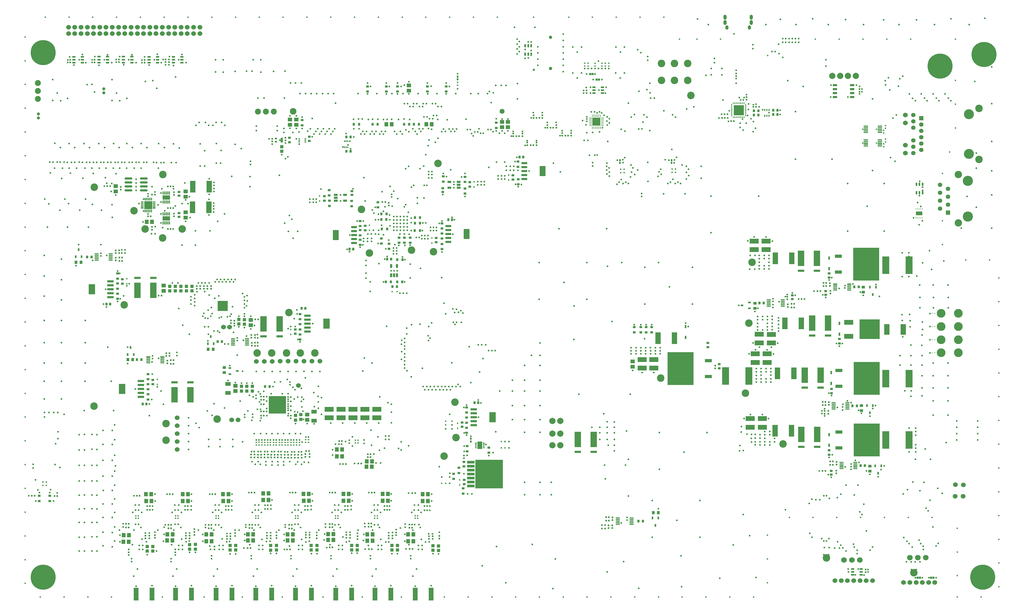
<source format=gbs>
G04*
G04 #@! TF.GenerationSoftware,Altium Limited,Altium Designer,20.0.13 (296)*
G04*
G04 Layer_Color=16711935*
%FSLAX25Y25*%
%MOIN*%
G70*
G01*
G75*
%ADD35R,0.03150X0.03740*%
%ADD37R,0.03937X0.04134*%
%ADD43R,0.02441X0.02598*%
%ADD51R,0.02165X0.01772*%
%ADD53R,0.02362X0.01378*%
%ADD59R,0.02323X0.02441*%
%ADD74R,0.02441X0.02323*%
%ADD75R,0.02165X0.02362*%
%ADD76R,0.02362X0.02165*%
%ADD81R,0.03543X0.02756*%
%ADD85R,0.03740X0.03150*%
%ADD88R,0.03740X0.02362*%
%ADD89R,0.02953X0.03543*%
%ADD98R,0.05512X0.04528*%
%ADD101R,0.03543X0.02953*%
%ADD105R,0.03937X0.03543*%
%ADD108R,0.06000X0.16000*%
%ADD109R,0.02756X0.03543*%
%ADD113R,0.04528X0.05512*%
%ADD115R,0.03543X0.03937*%
%ADD116R,0.02362X0.03740*%
%ADD164C,0.09449*%
%ADD165C,0.07480*%
%ADD166C,0.04252*%
%ADD167C,0.03937*%
%ADD168C,0.06000*%
%ADD169C,0.05512*%
%ADD170C,0.31496*%
%ADD171C,0.07874*%
%ADD172R,0.05512X0.05512*%
%ADD173C,0.06024*%
%ADD174C,0.12598*%
%ADD175C,0.07087*%
%ADD176O,0.03937X0.06299*%
%ADD177O,0.03937X0.05512*%
%ADD178C,0.06300*%
%ADD179C,0.08300*%
%ADD180C,0.05504*%
%ADD181C,0.02000*%
%ADD182C,0.09272*%
%ADD183R,0.05504X0.05504*%
%ADD184C,0.12795*%
%ADD185C,0.11000*%
%ADD186C,0.02165*%
%ADD187C,0.01900*%
%ADD188C,0.02756*%
%ADD189C,0.01968*%
%ADD204R,0.08268X0.19488*%
%ADD205R,0.08268X0.03150*%
%ADD208R,0.32677X0.41732*%
%ADD209R,0.08661X0.04134*%
%ADD210R,0.11811X0.06496*%
%ADD211R,0.09055X0.22047*%
%ADD212R,0.02365X0.04375*%
%ADD213R,0.08465X0.04961*%
%ADD214R,0.00984X0.01575*%
%ADD215R,0.01417X0.00984*%
%ADD216R,0.09252X0.03543*%
%ADD217R,0.35039X0.36417*%
%ADD218R,0.09843X0.09843*%
%ADD219O,0.03740X0.00984*%
%ADD220O,0.00984X0.03740*%
%ADD221R,0.12598X0.12598*%
%ADD222R,0.01181X0.01772*%
%ADD223R,0.01772X0.01181*%
%ADD224R,0.02559X0.02953*%
%ADD225R,0.05709X0.02559*%
%ADD226R,0.06890X0.14567*%
%ADD227R,0.03937X0.01968*%
G04:AMPARAMS|DCode=228|XSize=11.81mil|YSize=53.15mil|CornerRadius=1.95mil|HoleSize=0mil|Usage=FLASHONLY|Rotation=270.000|XOffset=0mil|YOffset=0mil|HoleType=Round|Shape=RoundedRectangle|*
%AMROUNDEDRECTD228*
21,1,0.01181,0.04925,0,0,270.0*
21,1,0.00791,0.05315,0,0,270.0*
1,1,0.00390,-0.02463,-0.00396*
1,1,0.00390,-0.02463,0.00396*
1,1,0.00390,0.02463,0.00396*
1,1,0.00390,0.02463,-0.00396*
%
%ADD228ROUNDEDRECTD228*%
%ADD229R,0.01968X0.03937*%
%ADD230R,0.01378X0.02362*%
G04:AMPARAMS|DCode=231|XSize=25.59mil|YSize=47.24mil|CornerRadius=1.92mil|HoleSize=0mil|Usage=FLASHONLY|Rotation=270.000|XOffset=0mil|YOffset=0mil|HoleType=Round|Shape=RoundedRectangle|*
%AMROUNDEDRECTD231*
21,1,0.02559,0.04341,0,0,270.0*
21,1,0.02175,0.04724,0,0,270.0*
1,1,0.00384,-0.02170,-0.01088*
1,1,0.00384,-0.02170,0.01088*
1,1,0.00384,0.02170,0.01088*
1,1,0.00384,0.02170,-0.01088*
%
%ADD231ROUNDEDRECTD231*%
G04:AMPARAMS|DCode=232|XSize=124.02mil|YSize=70.87mil|CornerRadius=2.13mil|HoleSize=0mil|Usage=FLASHONLY|Rotation=90.000|XOffset=0mil|YOffset=0mil|HoleType=Round|Shape=RoundedRectangle|*
%AMROUNDEDRECTD232*
21,1,0.12402,0.06661,0,0,90.0*
21,1,0.11976,0.07087,0,0,90.0*
1,1,0.00425,0.03331,0.05988*
1,1,0.00425,0.03331,-0.05988*
1,1,0.00425,-0.03331,-0.05988*
1,1,0.00425,-0.03331,0.05988*
%
%ADD232ROUNDEDRECTD232*%
G04:AMPARAMS|DCode=233|XSize=23.62mil|YSize=70.87mil|CornerRadius=2.01mil|HoleSize=0mil|Usage=FLASHONLY|Rotation=90.000|XOffset=0mil|YOffset=0mil|HoleType=Round|Shape=RoundedRectangle|*
%AMROUNDEDRECTD233*
21,1,0.02362,0.06685,0,0,90.0*
21,1,0.01961,0.07087,0,0,90.0*
1,1,0.00402,0.03343,0.00980*
1,1,0.00402,0.03343,-0.00980*
1,1,0.00402,-0.03343,-0.00980*
1,1,0.00402,-0.03343,0.00980*
%
%ADD233ROUNDEDRECTD233*%
%ADD234R,0.01575X0.02165*%
G04:AMPARAMS|DCode=235|XSize=23.62mil|YSize=82.68mil|CornerRadius=2.01mil|HoleSize=0mil|Usage=FLASHONLY|Rotation=90.000|XOffset=0mil|YOffset=0mil|HoleType=Round|Shape=RoundedRectangle|*
%AMROUNDEDRECTD235*
21,1,0.02362,0.07866,0,0,90.0*
21,1,0.01961,0.08268,0,0,90.0*
1,1,0.00402,0.03933,0.00980*
1,1,0.00402,0.03933,-0.00980*
1,1,0.00402,-0.03933,-0.00980*
1,1,0.00402,-0.03933,0.00980*
%
%ADD235ROUNDEDRECTD235*%
G04:AMPARAMS|DCode=236|XSize=125.98mil|YSize=82.68mil|CornerRadius=2.07mil|HoleSize=0mil|Usage=FLASHONLY|Rotation=90.000|XOffset=0mil|YOffset=0mil|HoleType=Round|Shape=RoundedRectangle|*
%AMROUNDEDRECTD236*
21,1,0.12598,0.07854,0,0,90.0*
21,1,0.12185,0.08268,0,0,90.0*
1,1,0.00413,0.03927,0.06093*
1,1,0.00413,0.03927,-0.06093*
1,1,0.00413,-0.03927,-0.06093*
1,1,0.00413,-0.03927,0.06093*
%
%ADD236ROUNDEDRECTD236*%
%ADD237R,0.06378X0.09370*%
%ADD238R,0.02165X0.01378*%
%ADD239R,0.03937X0.04331*%
%ADD240R,0.02165X0.01575*%
%ADD241R,0.01772X0.02953*%
%ADD242O,0.09843X0.02756*%
%ADD243R,0.01181X0.03562*%
%ADD244R,0.03562X0.01181*%
%ADD245R,0.10236X0.10236*%
%ADD246R,0.09370X0.05827*%
%ADD247R,0.01378X0.03937*%
%ADD248R,0.11417X0.05906*%
%ADD249R,0.25591X0.24803*%
%ADD250R,0.07008X0.13780*%
%ADD251R,0.08465X0.12598*%
%ADD252R,0.08465X0.02756*%
G04:AMPARAMS|DCode=253|XSize=25.59mil|YSize=47.24mil|CornerRadius=1.92mil|HoleSize=0mil|Usage=FLASHONLY|Rotation=0.000|XOffset=0mil|YOffset=0mil|HoleType=Round|Shape=RoundedRectangle|*
%AMROUNDEDRECTD253*
21,1,0.02559,0.04341,0,0,0.0*
21,1,0.02175,0.04724,0,0,0.0*
1,1,0.00384,0.01088,-0.02170*
1,1,0.00384,-0.01088,-0.02170*
1,1,0.00384,-0.01088,0.02170*
1,1,0.00384,0.01088,0.02170*
%
%ADD253ROUNDEDRECTD253*%
%ADD254R,0.06890X0.04528*%
%ADD256R,0.12894X0.12674*%
%ADD257O,0.05787X0.01654*%
%ADD258R,0.02677X0.01890*%
G36*
X333080Y357697D02*
X333122Y357655D01*
X333122Y335669D01*
X311431D01*
X311346Y357343D01*
X311699Y357697D01*
X333080Y357697D01*
D02*
G37*
D35*
X495323Y575761D02*
D03*
X501819Y575760D02*
D03*
X488106Y700382D02*
D03*
X481610D02*
D03*
X418508Y700410D02*
D03*
X425006D02*
D03*
X442012D02*
D03*
X448508D02*
D03*
X493985Y700382D02*
D03*
X500481D02*
D03*
X472903Y501861D02*
D03*
X479399D02*
D03*
X465096Y501839D02*
D03*
X458600D02*
D03*
X473186Y529816D02*
D03*
X479682D02*
D03*
X501559Y566480D02*
D03*
X495063Y566482D02*
D03*
X501819Y582704D02*
D03*
X495323D02*
D03*
X453050Y587356D02*
D03*
X459546D02*
D03*
X452881Y580368D02*
D03*
X459377D02*
D03*
X453738Y568463D02*
D03*
X460234D02*
D03*
D37*
X327677Y666327D02*
D03*
Y672233D02*
D03*
X214608Y496232D02*
D03*
Y490327D02*
D03*
X207718Y496232D02*
D03*
X207717Y490327D02*
D03*
X200825Y496232D02*
D03*
X200826Y490327D02*
D03*
X193722Y496232D02*
D03*
X193723Y490327D02*
D03*
X186832Y496232D02*
D03*
Y490327D02*
D03*
X273806Y448651D02*
D03*
X273807Y454556D02*
D03*
X280574Y448341D02*
D03*
X280572Y454247D02*
D03*
X276913Y370064D02*
D03*
X276913Y364159D02*
D03*
X290697Y370064D02*
D03*
X290693Y364159D02*
D03*
X283804Y370064D02*
D03*
X283803Y364159D02*
D03*
X345078Y327466D02*
D03*
X345075Y333370D02*
D03*
X351701Y328449D02*
D03*
X351699Y334354D02*
D03*
D43*
X549000Y760599D02*
D03*
Y757135D02*
D03*
X818321Y655219D02*
D03*
Y651755D02*
D03*
X753352Y655260D02*
D03*
Y651792D02*
D03*
X565772Y300607D02*
D03*
X565772Y304071D02*
D03*
D51*
X739361Y773900D02*
D03*
Y777443D02*
D03*
X735021Y773900D02*
D03*
Y777443D02*
D03*
X730709Y773900D02*
D03*
Y777443D02*
D03*
X722047Y773900D02*
D03*
Y777443D02*
D03*
X713462Y773900D02*
D03*
Y777443D02*
D03*
X709055Y773900D02*
D03*
Y777443D02*
D03*
X549000Y749968D02*
D03*
Y753512D02*
D03*
X361401Y302969D02*
D03*
Y299426D02*
D03*
X357840Y302969D02*
D03*
Y299426D02*
D03*
X349913Y299523D02*
D03*
Y295979D02*
D03*
X346527Y299523D02*
D03*
Y295979D02*
D03*
X320696Y299617D02*
D03*
X320696Y296074D02*
D03*
X317310Y299617D02*
D03*
X317310Y296074D02*
D03*
X310070Y299617D02*
D03*
Y296074D02*
D03*
X313456Y299617D02*
D03*
X313456Y296074D02*
D03*
X298975Y296105D02*
D03*
Y299649D02*
D03*
X295590Y296096D02*
D03*
Y299639D02*
D03*
X342672Y299523D02*
D03*
X342672Y295979D02*
D03*
X339286Y299523D02*
D03*
Y295979D02*
D03*
X335432Y299523D02*
D03*
X335432Y295979D02*
D03*
X332046Y299523D02*
D03*
X332046Y295979D02*
D03*
X324846Y299523D02*
D03*
X324846Y295979D02*
D03*
X328192Y299523D02*
D03*
X328192Y295979D02*
D03*
X306216Y299617D02*
D03*
X306216Y296074D02*
D03*
X302830Y299617D02*
D03*
X302830Y296074D02*
D03*
D53*
X357224Y682151D02*
D03*
Y680183D02*
D03*
Y678214D02*
D03*
X349744D02*
D03*
X349744Y680183D02*
D03*
Y682150D02*
D03*
D59*
X16537Y232017D02*
D03*
X12954Y232016D02*
D03*
X111598Y622409D02*
D03*
X108015D02*
D03*
X427663Y272844D02*
D03*
X424081Y272843D02*
D03*
X1005534Y490106D02*
D03*
X1001951D02*
D03*
X488828Y165114D02*
D03*
X492410D02*
D03*
X492076Y235578D02*
D03*
X495659D02*
D03*
X437464Y164788D02*
D03*
X441047D02*
D03*
X440910Y236161D02*
D03*
X444493D02*
D03*
X387900Y166998D02*
D03*
X391482D02*
D03*
X391388Y236161D02*
D03*
X394970D02*
D03*
X334449Y164523D02*
D03*
X338032D02*
D03*
X341346Y236161D02*
D03*
X344928D02*
D03*
X284640Y166034D02*
D03*
X288223D02*
D03*
X289833Y236161D02*
D03*
X293415D02*
D03*
X240430Y234059D02*
D03*
X244013D02*
D03*
X186680D02*
D03*
X190263D02*
D03*
X1008359Y263390D02*
D03*
X1011942Y263391D02*
D03*
X981941Y480059D02*
D03*
X978358Y480058D02*
D03*
X45181Y231729D02*
D03*
X41597D02*
D03*
X148842Y232061D02*
D03*
X145259Y232063D02*
D03*
X294465Y454515D02*
D03*
X298048D02*
D03*
X176318Y484617D02*
D03*
X172736D02*
D03*
X408224Y272240D02*
D03*
X404641Y272239D02*
D03*
X454436Y602578D02*
D03*
X458018D02*
D03*
D74*
X164492Y571007D02*
D03*
Y567424D02*
D03*
X525871Y181637D02*
D03*
Y178055D02*
D03*
X471854Y185947D02*
D03*
X471854Y182364D02*
D03*
X371804Y182181D02*
D03*
Y178599D02*
D03*
X423110Y181058D02*
D03*
X423112Y177475D02*
D03*
X320984Y182297D02*
D03*
X320984Y178714D02*
D03*
X269197Y185176D02*
D03*
X269197Y181593D02*
D03*
X217730Y182889D02*
D03*
X217728Y186472D02*
D03*
X167976Y182568D02*
D03*
X167975Y178985D02*
D03*
X242884Y164609D02*
D03*
Y168192D02*
D03*
X193630Y160898D02*
D03*
Y164480D02*
D03*
X135165D02*
D03*
Y160898D02*
D03*
X362665Y281134D02*
D03*
X362666Y284717D02*
D03*
X357531D02*
D03*
Y281134D02*
D03*
X348399Y283815D02*
D03*
Y280232D02*
D03*
X352571D02*
D03*
X352573Y283815D02*
D03*
X339850Y283837D02*
D03*
Y280254D02*
D03*
X331417Y283856D02*
D03*
X331417Y280273D02*
D03*
X322853Y283919D02*
D03*
X322853Y280336D02*
D03*
X314456Y283919D02*
D03*
Y280336D02*
D03*
X318631Y280336D02*
D03*
Y283919D02*
D03*
X306025Y284003D02*
D03*
Y280420D02*
D03*
X310199Y280420D02*
D03*
X310199Y284003D02*
D03*
X297614Y283958D02*
D03*
X297614Y280376D02*
D03*
X293369Y284207D02*
D03*
Y280624D02*
D03*
X289194Y280624D02*
D03*
Y284207D02*
D03*
X301789Y283958D02*
D03*
X301789Y280375D02*
D03*
X344024Y280254D02*
D03*
X344024Y283837D02*
D03*
X335591Y280273D02*
D03*
Y283855D02*
D03*
X327027Y280336D02*
D03*
X327027Y283919D02*
D03*
D75*
X655823Y711740D02*
D03*
Y708394D02*
D03*
X644563Y711740D02*
D03*
Y708394D02*
D03*
X673465Y699468D02*
D03*
Y696121D02*
D03*
X661891Y699495D02*
D03*
Y696148D02*
D03*
X680685Y689539D02*
D03*
Y686193D02*
D03*
X691896Y689539D02*
D03*
Y686193D02*
D03*
X619106Y688898D02*
D03*
Y685552D02*
D03*
X630680Y688898D02*
D03*
Y685552D02*
D03*
X636668Y677358D02*
D03*
Y674012D02*
D03*
X648243Y677358D02*
D03*
Y674012D02*
D03*
X61386Y781718D02*
D03*
Y778371D02*
D03*
X556876Y282724D02*
D03*
Y279378D02*
D03*
X517583Y177681D02*
D03*
Y181028D02*
D03*
X512972Y177681D02*
D03*
Y181028D02*
D03*
X466917Y178399D02*
D03*
X466917Y181746D02*
D03*
X462388Y178413D02*
D03*
X462390Y181759D02*
D03*
X408878Y179303D02*
D03*
X408878Y182650D02*
D03*
X413619Y179303D02*
D03*
Y182650D02*
D03*
X357890Y179351D02*
D03*
X357890Y182698D02*
D03*
X362631Y179321D02*
D03*
X362630Y182668D02*
D03*
X313687Y178547D02*
D03*
X313689Y181894D02*
D03*
X309025Y178547D02*
D03*
X309024Y181894D02*
D03*
X258583Y177685D02*
D03*
Y181032D02*
D03*
X263110Y177685D02*
D03*
Y181032D02*
D03*
X160929Y181878D02*
D03*
X160927Y178532D02*
D03*
X156185Y181878D02*
D03*
X156186Y178532D02*
D03*
X1062673Y139279D02*
D03*
Y135934D02*
D03*
X739064Y191419D02*
D03*
Y194765D02*
D03*
X743593Y191403D02*
D03*
Y194749D02*
D03*
X744105Y204656D02*
D03*
Y201310D02*
D03*
X206952Y178567D02*
D03*
X206953Y181913D02*
D03*
X211544Y178567D02*
D03*
X211543Y181913D02*
D03*
X912753Y731415D02*
D03*
Y734761D02*
D03*
X1055156Y744923D02*
D03*
Y741577D02*
D03*
X711213Y739894D02*
D03*
Y743240D02*
D03*
X899677Y764636D02*
D03*
X899678Y761289D02*
D03*
X125038Y621389D02*
D03*
Y618042D02*
D03*
X192161Y614760D02*
D03*
Y611413D02*
D03*
Y587666D02*
D03*
Y584320D02*
D03*
X462527Y601401D02*
D03*
Y598054D02*
D03*
X1011182Y335637D02*
D03*
Y338983D02*
D03*
X1015809Y335637D02*
D03*
Y338983D02*
D03*
X1016270Y350157D02*
D03*
Y346811D02*
D03*
X964165Y483032D02*
D03*
X964163Y479684D02*
D03*
X964754Y470276D02*
D03*
Y473622D02*
D03*
X1018228Y487195D02*
D03*
Y490541D02*
D03*
X1017589Y500118D02*
D03*
Y496772D02*
D03*
X1025767Y260549D02*
D03*
Y263896D02*
D03*
X1025931Y274923D02*
D03*
Y271577D02*
D03*
X332519Y683394D02*
D03*
Y680048D02*
D03*
X873474Y396289D02*
D03*
Y392943D02*
D03*
X315571Y682028D02*
D03*
Y678682D02*
D03*
X238785Y496588D02*
D03*
X238785Y493241D02*
D03*
X234178Y496588D02*
D03*
Y493241D02*
D03*
X229650Y496588D02*
D03*
Y493241D02*
D03*
X225121Y496588D02*
D03*
Y493241D02*
D03*
X220593Y496588D02*
D03*
Y493241D02*
D03*
X118659Y538169D02*
D03*
Y541516D02*
D03*
X123188Y538111D02*
D03*
Y541457D02*
D03*
X118659Y531990D02*
D03*
Y528644D02*
D03*
X263730Y449653D02*
D03*
X263729Y452999D02*
D03*
X267936Y449586D02*
D03*
Y452932D02*
D03*
X293953Y434667D02*
D03*
Y431321D02*
D03*
X290010Y424688D02*
D03*
Y421342D02*
D03*
X289424Y431321D02*
D03*
Y434667D02*
D03*
X183608Y402470D02*
D03*
Y399123D02*
D03*
X182520Y408601D02*
D03*
Y411947D02*
D03*
X186510Y408591D02*
D03*
Y411937D02*
D03*
X181238Y778693D02*
D03*
Y782039D02*
D03*
X185768Y778653D02*
D03*
Y782000D02*
D03*
X155036Y778004D02*
D03*
Y781350D02*
D03*
X122673Y778693D02*
D03*
Y782039D02*
D03*
X92107Y778323D02*
D03*
Y781669D02*
D03*
D76*
X644249Y674012D02*
D03*
X640903D02*
D03*
X626512Y685581D02*
D03*
X623165D02*
D03*
X651870Y708393D02*
D03*
X648524D02*
D03*
X669379Y696148D02*
D03*
X666032D02*
D03*
X687953Y686193D02*
D03*
X684607D02*
D03*
X126633Y528016D02*
D03*
Y532545D02*
D03*
X297428Y421057D02*
D03*
X297455Y425142D02*
D03*
X403181Y297228D02*
D03*
X399834D02*
D03*
X403254Y300995D02*
D03*
X399908D02*
D03*
X736096Y200681D02*
D03*
X735928Y205210D02*
D03*
X361876Y288603D02*
D03*
X358530D02*
D03*
X352240Y287575D02*
D03*
X348893D02*
D03*
X343591Y287600D02*
D03*
X340245Y287600D02*
D03*
X335138Y287616D02*
D03*
X331792D02*
D03*
X326707Y287680D02*
D03*
X323361Y287680D02*
D03*
X318299Y287680D02*
D03*
X314952D02*
D03*
X309863Y287764D02*
D03*
X306517D02*
D03*
X301396Y287719D02*
D03*
X298049Y287719D02*
D03*
X289790Y287968D02*
D03*
X293136Y287968D02*
D03*
X510693Y219028D02*
D03*
X507346D02*
D03*
X488328Y195771D02*
D03*
X491674D02*
D03*
X510693Y213898D02*
D03*
X507346D02*
D03*
X488279Y191957D02*
D03*
X491625D02*
D03*
X436998Y197205D02*
D03*
X440345Y197204D02*
D03*
X460272Y218976D02*
D03*
X456925D02*
D03*
X460272Y214370D02*
D03*
X456925D02*
D03*
X436960Y193252D02*
D03*
X440306Y193251D02*
D03*
X388064Y196351D02*
D03*
X391410D02*
D03*
X410630Y219098D02*
D03*
X407283D02*
D03*
X387971Y192472D02*
D03*
X391318Y192471D02*
D03*
X410630Y214398D02*
D03*
X407283D02*
D03*
X360319Y219098D02*
D03*
X356972D02*
D03*
X337024Y195339D02*
D03*
X340370D02*
D03*
X360319Y214571D02*
D03*
X356972D02*
D03*
X337024Y190681D02*
D03*
X340370D02*
D03*
X310000Y220272D02*
D03*
X306653D02*
D03*
X287171Y191485D02*
D03*
X290517D02*
D03*
X287079Y195551D02*
D03*
X290425D02*
D03*
X310000Y215634D02*
D03*
X306653D02*
D03*
X235689Y191012D02*
D03*
X239035D02*
D03*
X235689Y195551D02*
D03*
X239035D02*
D03*
X260575Y214535D02*
D03*
X257228D02*
D03*
X260575Y219063D02*
D03*
X257228D02*
D03*
X131795Y196661D02*
D03*
X135142D02*
D03*
X131843Y192133D02*
D03*
X135189D02*
D03*
X161681Y219063D02*
D03*
X158335D02*
D03*
X161681Y214535D02*
D03*
X158335D02*
D03*
X439347Y284634D02*
D03*
X436000D02*
D03*
X439237Y280972D02*
D03*
X435890D02*
D03*
X739443Y200681D02*
D03*
X739274Y205210D02*
D03*
X185022Y191055D02*
D03*
X188369D02*
D03*
X209503Y214535D02*
D03*
X206157D02*
D03*
X209503Y219063D02*
D03*
X206157D02*
D03*
X185022Y195583D02*
D03*
X188369D02*
D03*
X921353Y722504D02*
D03*
X924699D02*
D03*
X885192Y713112D02*
D03*
X888539D02*
D03*
X885443Y708583D02*
D03*
X882097Y708583D02*
D03*
X893266Y704437D02*
D03*
X896613Y704438D02*
D03*
X184322Y594941D02*
D03*
X187668D02*
D03*
X184291Y568356D02*
D03*
X187637Y568358D02*
D03*
X184322Y622194D02*
D03*
X187668Y622193D02*
D03*
X969344Y469622D02*
D03*
X972691D02*
D03*
X1013110Y500581D02*
D03*
X1009764D02*
D03*
X1021304Y275529D02*
D03*
X1017957D02*
D03*
X969344Y474150D02*
D03*
X972691D02*
D03*
X1013110Y496585D02*
D03*
X1009764D02*
D03*
X1021304Y271000D02*
D03*
X1017957D02*
D03*
X294082Y421057D02*
D03*
X294109Y425142D02*
D03*
X123286Y528016D02*
D03*
Y532545D02*
D03*
X191472Y398449D02*
D03*
X188125D02*
D03*
X191512Y402983D02*
D03*
X188165D02*
D03*
X1008604Y350546D02*
D03*
X1011950D02*
D03*
X1008593Y346624D02*
D03*
X1011940D02*
D03*
X164521Y611655D02*
D03*
X167866D02*
D03*
X162831Y584347D02*
D03*
X159485D02*
D03*
X301787Y357038D02*
D03*
X305134Y357039D02*
D03*
X301548Y333293D02*
D03*
X304894Y333293D02*
D03*
X301579Y338606D02*
D03*
X304926Y338606D02*
D03*
X301711Y347614D02*
D03*
X305057Y347612D02*
D03*
X301787Y353131D02*
D03*
X305134Y353133D02*
D03*
X339102Y350994D02*
D03*
X335756Y350996D02*
D03*
X339102Y356345D02*
D03*
X335756Y356347D02*
D03*
X339024Y333034D02*
D03*
X335678Y333035D02*
D03*
X339055Y339776D02*
D03*
X335709Y339776D02*
D03*
X339055Y345043D02*
D03*
X335710Y345043D02*
D03*
D81*
X564235Y621909D02*
D03*
Y627421D02*
D03*
X127119Y505026D02*
D03*
Y499514D02*
D03*
X381306Y604268D02*
D03*
Y609780D02*
D03*
X1029624Y424193D02*
D03*
Y429703D02*
D03*
X362278Y684838D02*
D03*
X362279Y679325D02*
D03*
X556938Y269239D02*
D03*
Y274751D02*
D03*
X557230Y246693D02*
D03*
Y252205D02*
D03*
X618715Y636271D02*
D03*
Y630759D02*
D03*
X863997Y424912D02*
D03*
X863997Y419400D02*
D03*
X1016732Y507087D02*
D03*
Y512598D02*
D03*
X1019685Y361417D02*
D03*
X1019685Y366929D02*
D03*
X1016658Y283886D02*
D03*
X1016658Y289397D02*
D03*
X165445Y372676D02*
D03*
Y378188D02*
D03*
X554622Y324586D02*
D03*
Y319074D02*
D03*
X344590Y441867D02*
D03*
X344589Y436355D02*
D03*
X521887Y557172D02*
D03*
Y551660D02*
D03*
X878415Y398179D02*
D03*
Y392667D02*
D03*
X337241Y677801D02*
D03*
Y683313D02*
D03*
X432670Y566813D02*
D03*
Y572324D02*
D03*
D85*
X625079Y653461D02*
D03*
X625079Y646963D02*
D03*
X597723Y702437D02*
D03*
Y695941D02*
D03*
X353221Y705762D02*
D03*
Y699266D02*
D03*
X35695Y231976D02*
D03*
Y225480D02*
D03*
X22439Y231976D02*
D03*
Y225482D02*
D03*
X459221Y741760D02*
D03*
Y748256D02*
D03*
X771459Y444754D02*
D03*
Y438258D02*
D03*
X448812Y602241D02*
D03*
Y595744D02*
D03*
X561131Y288248D02*
D03*
X561132Y294743D02*
D03*
X550835Y260893D02*
D03*
Y267389D02*
D03*
X543944Y259973D02*
D03*
Y253477D02*
D03*
X556189Y234815D02*
D03*
Y241311D02*
D03*
X159373Y360017D02*
D03*
Y353521D02*
D03*
X120999Y486847D02*
D03*
Y480350D02*
D03*
X588370Y292956D02*
D03*
Y286461D02*
D03*
X625278Y631206D02*
D03*
X625280Y624709D02*
D03*
X534850Y748256D02*
D03*
Y741760D02*
D03*
X435598Y748256D02*
D03*
Y741760D02*
D03*
X793373Y444752D02*
D03*
Y438256D02*
D03*
X786482Y444752D02*
D03*
Y438256D02*
D03*
X473390Y748256D02*
D03*
Y741760D02*
D03*
X779591Y444752D02*
D03*
Y438256D02*
D03*
X511193Y748257D02*
D03*
X511194Y741760D02*
D03*
X426290Y554927D02*
D03*
Y548431D02*
D03*
X529436Y569120D02*
D03*
Y575616D02*
D03*
X350693Y441938D02*
D03*
Y448434D02*
D03*
X120999Y499644D02*
D03*
Y493148D02*
D03*
X159248Y372814D02*
D03*
Y366318D02*
D03*
X560521Y324213D02*
D03*
Y330709D02*
D03*
X159313Y379114D02*
D03*
Y385610D02*
D03*
X560521Y337009D02*
D03*
X560520Y343505D02*
D03*
X560521Y317913D02*
D03*
X560520Y311417D02*
D03*
X558405Y634244D02*
D03*
Y627750D02*
D03*
X558405Y619522D02*
D03*
Y613026D02*
D03*
X387587Y604016D02*
D03*
Y597520D02*
D03*
X387410Y610827D02*
D03*
Y617323D02*
D03*
X350809Y454735D02*
D03*
Y461231D02*
D03*
X350693Y435638D02*
D03*
Y429142D02*
D03*
X426415Y567134D02*
D03*
Y560638D02*
D03*
X529388Y556323D02*
D03*
Y562819D02*
D03*
X426524Y572132D02*
D03*
Y578626D02*
D03*
X529437Y549557D02*
D03*
Y543061D02*
D03*
X120999Y505944D02*
D03*
Y512440D02*
D03*
X531008Y634721D02*
D03*
X531008Y628225D02*
D03*
X415544Y603779D02*
D03*
Y597283D02*
D03*
X453053Y550123D02*
D03*
X453051Y556619D02*
D03*
X489248Y551090D02*
D03*
Y557587D02*
D03*
X482125Y551090D02*
D03*
Y557587D02*
D03*
X462590Y543472D02*
D03*
X462590Y549968D02*
D03*
X475234Y551099D02*
D03*
Y557595D02*
D03*
D88*
X907196Y472177D02*
D03*
X916448Y468437D02*
D03*
Y475918D02*
D03*
X271568Y389377D02*
D03*
X262315Y393117D02*
D03*
X262316Y385637D02*
D03*
D89*
X575044Y349361D02*
D03*
X570320D02*
D03*
X106880Y473906D02*
D03*
X111605D02*
D03*
X352688Y468631D02*
D03*
X357412Y468629D02*
D03*
X157442Y347893D02*
D03*
X152717D02*
D03*
X627075Y659142D02*
D03*
X631799D02*
D03*
X417745Y542996D02*
D03*
X413021D02*
D03*
X537410Y580005D02*
D03*
X542134D02*
D03*
X460500Y530407D02*
D03*
X465226D02*
D03*
D98*
X604911Y703594D02*
D03*
Y696902D02*
D03*
X612453Y703594D02*
D03*
Y696902D02*
D03*
X345972Y706575D02*
D03*
Y699882D02*
D03*
X337993Y706575D02*
D03*
Y699882D02*
D03*
X487563Y742838D02*
D03*
Y749532D02*
D03*
X769412Y394901D02*
D03*
X769413Y401594D02*
D03*
X118646Y615717D02*
D03*
X118645Y622409D02*
D03*
X206729Y609276D02*
D03*
Y615967D02*
D03*
X206728Y582835D02*
D03*
X206729Y589528D02*
D03*
X179155Y497031D02*
D03*
X179154Y490338D02*
D03*
X288630Y447181D02*
D03*
X288629Y453873D02*
D03*
X269211Y370742D02*
D03*
X269213Y364049D02*
D03*
X359591Y327803D02*
D03*
Y334496D02*
D03*
D101*
X198461Y610347D02*
D03*
Y615071D02*
D03*
Y583914D02*
D03*
Y588639D02*
D03*
X970358Y484842D02*
D03*
X970360Y480122D02*
D03*
X1012390Y485425D02*
D03*
Y490146D02*
D03*
X1019362Y258760D02*
D03*
Y263484D02*
D03*
X530244Y615116D02*
D03*
Y619840D02*
D03*
X416132Y616083D02*
D03*
Y611358D02*
D03*
D105*
X923240Y468516D02*
D03*
Y474815D02*
D03*
X1067982Y263281D02*
D03*
X1067983Y269580D02*
D03*
X1059614Y488787D02*
D03*
X1059614Y495086D02*
D03*
X1057309Y345853D02*
D03*
Y339554D02*
D03*
X255524Y393687D02*
D03*
Y387387D02*
D03*
D108*
X495652Y108268D02*
D03*
X515652D02*
D03*
X445034D02*
D03*
X465034D02*
D03*
X395564D02*
D03*
X415564D02*
D03*
X345178D02*
D03*
X365178D02*
D03*
X295166D02*
D03*
X315166D02*
D03*
X245134D02*
D03*
X265135D02*
D03*
X194193D02*
D03*
X214193D02*
D03*
X144363D02*
D03*
X164363D02*
D03*
D109*
X246878Y426530D02*
D03*
X252390D02*
D03*
X928949Y475051D02*
D03*
X934460D02*
D03*
X946290Y717984D02*
D03*
X951801Y717984D02*
D03*
X472628Y495645D02*
D03*
X467116D02*
D03*
X776777Y200130D02*
D03*
X782289D02*
D03*
X946290Y712668D02*
D03*
X951801Y712668D02*
D03*
X922035Y717570D02*
D03*
X927547D02*
D03*
X927547Y712058D02*
D03*
X922035D02*
D03*
X1051674Y345397D02*
D03*
X1046162D02*
D03*
X1053905Y495422D02*
D03*
X1048393D02*
D03*
X1061760Y270163D02*
D03*
X1056248D02*
D03*
X408866Y666410D02*
D03*
X414378D02*
D03*
X408866Y684383D02*
D03*
X414378Y684382D02*
D03*
X306826Y369886D02*
D03*
X312338D02*
D03*
X82797Y533067D02*
D03*
X88309D02*
D03*
X145355Y403784D02*
D03*
X150867D02*
D03*
D113*
X434488Y268878D02*
D03*
X441181D02*
D03*
X434604Y275354D02*
D03*
X441297D02*
D03*
X403559Y281840D02*
D03*
X396866D02*
D03*
X403559Y290518D02*
D03*
X396866D02*
D03*
X511661Y233988D02*
D03*
X504968D02*
D03*
X511661Y225524D02*
D03*
X504968D02*
D03*
X486657Y183417D02*
D03*
X493350D02*
D03*
X486657Y174937D02*
D03*
X493350D02*
D03*
X461390Y225850D02*
D03*
X454697D02*
D03*
X435280Y183429D02*
D03*
X441972D02*
D03*
X435502Y175386D02*
D03*
X442195Y175385D02*
D03*
X461390Y234315D02*
D03*
X454697D02*
D03*
X385961Y176347D02*
D03*
X392653Y176347D02*
D03*
X412028Y225972D02*
D03*
X405335D02*
D03*
X412028Y234437D02*
D03*
X405335D02*
D03*
X385961Y183736D02*
D03*
X392653D02*
D03*
X334972Y175776D02*
D03*
X341665D02*
D03*
X361858Y234437D02*
D03*
X355165D02*
D03*
X334980Y183492D02*
D03*
X341673D02*
D03*
X362075Y225972D02*
D03*
X355382D02*
D03*
X311074Y226827D02*
D03*
X304381D02*
D03*
X311074Y235295D02*
D03*
X304381D02*
D03*
X285130Y183496D02*
D03*
X291823D02*
D03*
X285130Y175779D02*
D03*
X291823Y175778D02*
D03*
X232720Y183346D02*
D03*
X239413D02*
D03*
X260547Y234028D02*
D03*
X253854D02*
D03*
X232720Y174882D02*
D03*
X239413D02*
D03*
X260673Y225563D02*
D03*
X253980D02*
D03*
X128472Y174134D02*
D03*
X135165D02*
D03*
X128557Y182602D02*
D03*
X135249Y182601D02*
D03*
X163610Y225563D02*
D03*
X156917D02*
D03*
X163488Y234028D02*
D03*
X156795D02*
D03*
X209646D02*
D03*
X202953D02*
D03*
X183543Y183346D02*
D03*
X190236D02*
D03*
X209646Y225563D02*
D03*
X202953D02*
D03*
X183330Y175932D02*
D03*
X190023D02*
D03*
X466110Y700410D02*
D03*
X459417D02*
D03*
X516232Y700622D02*
D03*
X509540D02*
D03*
X157800Y577630D02*
D03*
X164492D02*
D03*
D115*
X795387Y210964D02*
D03*
X801687D02*
D03*
X68673Y526589D02*
D03*
X74974D02*
D03*
X235142Y416890D02*
D03*
X241441D02*
D03*
X133878Y403666D02*
D03*
X140177D02*
D03*
D116*
X1071817Y485819D02*
D03*
X1075547Y495071D02*
D03*
X1068077D02*
D03*
X794217Y204159D02*
D03*
X801697D02*
D03*
X797957Y194907D02*
D03*
X1074728Y269682D02*
D03*
X1082210Y269681D02*
D03*
X1078470Y260430D02*
D03*
X1068002Y336684D02*
D03*
X1071742Y345936D02*
D03*
X1064262D02*
D03*
X72067Y542633D02*
D03*
X68328Y533381D02*
D03*
X75808D02*
D03*
X238289Y432935D02*
D03*
X234549Y423683D02*
D03*
X242029D02*
D03*
X137520Y419253D02*
D03*
X133779Y410001D02*
D03*
X141260D02*
D03*
D164*
X838704Y755771D02*
D03*
X822094Y755772D02*
D03*
X805591D02*
D03*
X842830Y736646D02*
D03*
X838704Y777007D02*
D03*
X822094D02*
D03*
X805591D02*
D03*
X91360Y345079D02*
D03*
X178142Y637269D02*
D03*
X141682Y591366D02*
D03*
X202221Y568358D02*
D03*
X177790Y557027D02*
D03*
X182149Y323063D02*
D03*
X91665Y621253D02*
D03*
X545560Y350029D02*
D03*
X546943Y305318D02*
D03*
X532147Y282295D02*
D03*
X804682Y380464D02*
D03*
X919713Y526475D02*
D03*
X336538Y463083D02*
D03*
X129467Y472724D02*
D03*
X1123343Y135092D02*
D03*
X1013212Y153809D02*
D03*
X155838Y568536D02*
D03*
X369245Y412068D02*
D03*
X246280Y328848D02*
D03*
X351096Y412067D02*
D03*
X333586D02*
D03*
X314889D02*
D03*
X296758D02*
D03*
X524242Y651005D02*
D03*
X518821Y539966D02*
D03*
X491197Y541863D02*
D03*
X437945Y538061D02*
D03*
X428190Y593297D02*
D03*
X915836Y449698D02*
D03*
X182105Y301981D02*
D03*
X958787Y297583D02*
D03*
X911238Y361504D02*
D03*
X1205202Y656015D02*
D03*
Y720385D02*
D03*
D165*
X20669Y732347D02*
D03*
Y742347D02*
D03*
Y752347D02*
D03*
X297805Y716512D02*
D03*
X307803D02*
D03*
X317803D02*
D03*
D166*
X665932Y810115D02*
D03*
Y770745D02*
D03*
D167*
X103832Y745282D02*
D03*
Y740282D02*
D03*
X21503Y708467D02*
D03*
Y713467D02*
D03*
D168*
X153744Y814961D02*
D03*
X67130D02*
D03*
X59256D02*
D03*
X254256Y444882D02*
D03*
X262035D02*
D03*
X1175798Y246044D02*
D03*
X1175357Y231440D02*
D03*
X1185200D02*
D03*
X1185641Y245822D02*
D03*
X1031980Y125091D02*
D03*
X1039854D02*
D03*
X1047728D02*
D03*
X1055602D02*
D03*
X1063476D02*
D03*
X1071350D02*
D03*
X1024106D02*
D03*
X1149842Y122716D02*
D03*
X1141969D02*
D03*
X1134095D02*
D03*
X1126221D02*
D03*
X1118347D02*
D03*
X1110472D02*
D03*
X196010Y300608D02*
D03*
Y310608D02*
D03*
X335591Y401718D02*
D03*
X325590D02*
D03*
X365591D02*
D03*
X375590D02*
D03*
X196010Y290608D02*
D03*
Y320608D02*
D03*
Y330608D02*
D03*
X315591Y401577D02*
D03*
X305591D02*
D03*
X295591D02*
D03*
X355591Y401718D02*
D03*
X345590D02*
D03*
X348705Y370976D02*
D03*
X272588Y327869D02*
D03*
X264564D02*
D03*
X67130Y822835D02*
D03*
X75004Y814961D02*
D03*
X75004Y822835D02*
D03*
X82878Y814961D02*
D03*
X82878Y822835D02*
D03*
X90752Y814961D02*
D03*
X90752Y822835D02*
D03*
X98626Y814961D02*
D03*
X98626Y822835D02*
D03*
X106500Y814961D02*
D03*
X106500Y822835D02*
D03*
X114374Y814961D02*
D03*
X114374Y822835D02*
D03*
X122248Y814961D02*
D03*
Y822835D02*
D03*
X130122Y814961D02*
D03*
Y822835D02*
D03*
X137996Y814961D02*
D03*
Y822835D02*
D03*
X145870Y814961D02*
D03*
Y822835D02*
D03*
X153744D02*
D03*
X161618Y814961D02*
D03*
Y822835D02*
D03*
X169492Y814961D02*
D03*
Y822835D02*
D03*
X177366Y814961D02*
D03*
Y822835D02*
D03*
X185240Y814961D02*
D03*
Y822835D02*
D03*
X193114Y814961D02*
D03*
Y822835D02*
D03*
X200988Y814961D02*
D03*
Y822835D02*
D03*
X208862Y814961D02*
D03*
Y822835D02*
D03*
X59256D02*
D03*
X216736Y814961D02*
D03*
Y822835D02*
D03*
X224610Y814961D02*
D03*
Y822835D02*
D03*
D169*
X1122683Y696172D02*
D03*
Y704164D02*
D03*
X1132683Y700188D02*
D03*
Y692196D02*
D03*
X1122683Y680227D02*
D03*
X1132683Y668219D02*
D03*
Y676212D02*
D03*
Y684204D02*
D03*
X1122683Y664243D02*
D03*
Y712156D02*
D03*
Y672235D02*
D03*
D170*
X1156440Y773766D02*
D03*
X1209870Y129472D02*
D03*
X27372D02*
D03*
X27516Y790665D02*
D03*
X1211780Y788624D02*
D03*
D171*
X678324Y326588D02*
D03*
X668324D02*
D03*
X678248Y295909D02*
D03*
X668248D02*
D03*
X678236Y310559D02*
D03*
X668236D02*
D03*
X1050275Y761548D02*
D03*
X1040275D02*
D03*
X1030812Y761636D02*
D03*
X1020812D02*
D03*
D172*
X1132683Y708180D02*
D03*
D173*
X1112683Y664105D02*
D03*
Y712294D02*
D03*
Y674105D02*
D03*
Y702294D02*
D03*
D174*
X1192683Y663200D02*
D03*
Y713200D02*
D03*
D175*
X1138208Y153996D02*
D03*
X1128209D02*
D03*
X1118209D02*
D03*
X1055202Y151255D02*
D03*
X1045202D02*
D03*
X1035202D02*
D03*
D176*
X918720Y828740D02*
D03*
Y835433D02*
D03*
X885551D02*
D03*
Y828740D02*
D03*
D177*
X916358Y822441D02*
D03*
X888011D02*
D03*
D178*
X604897Y716962D02*
D03*
D179*
X341897D02*
D03*
D180*
X1156221Y594236D02*
D03*
Y604236D02*
D03*
X1166220Y619236D02*
D03*
Y609236D02*
D03*
Y599236D02*
D03*
X1156221Y624236D02*
D03*
Y614236D02*
D03*
D181*
X423613Y298888D02*
D03*
X420513D02*
D03*
X423613Y301988D02*
D03*
X420513D02*
D03*
X495556Y203690D02*
D03*
Y206790D02*
D03*
X498656Y203690D02*
D03*
Y206790D02*
D03*
X395324Y203690D02*
D03*
Y206790D02*
D03*
X398424Y203690D02*
D03*
Y206790D02*
D03*
X444804Y203690D02*
D03*
Y206790D02*
D03*
X447904Y203690D02*
D03*
Y206790D02*
D03*
X345017Y203690D02*
D03*
Y206790D02*
D03*
X348117Y203690D02*
D03*
Y206790D02*
D03*
X294926Y203690D02*
D03*
Y206790D02*
D03*
X298026Y203690D02*
D03*
Y206790D02*
D03*
X244911Y203690D02*
D03*
Y206790D02*
D03*
X248011Y203690D02*
D03*
Y206790D02*
D03*
X193966Y203690D02*
D03*
Y206790D02*
D03*
X197066Y203690D02*
D03*
Y206790D02*
D03*
X144091Y203690D02*
D03*
Y206790D02*
D03*
X147191Y203690D02*
D03*
Y206790D02*
D03*
X644761Y835457D02*
D03*
X828478Y807936D02*
D03*
X808701Y835457D02*
D03*
X778749D02*
D03*
X748796D02*
D03*
X718843D02*
D03*
X688890D02*
D03*
X599032D02*
D03*
X569079D02*
D03*
X539126D02*
D03*
X509174D02*
D03*
X479221D02*
D03*
X449268D02*
D03*
X419315D02*
D03*
X389363D02*
D03*
X359410D02*
D03*
X329457D02*
D03*
X299504D02*
D03*
X269552D02*
D03*
X239599D02*
D03*
X209646D02*
D03*
X179693D02*
D03*
X149741D02*
D03*
X119788D02*
D03*
X89835D02*
D03*
X59882D02*
D03*
X29930D02*
D03*
X4724Y810563D02*
D03*
Y780610D02*
D03*
Y750657D02*
D03*
Y720705D02*
D03*
Y690752D02*
D03*
Y660799D02*
D03*
Y630846D02*
D03*
Y600894D02*
D03*
Y570941D02*
D03*
Y540988D02*
D03*
Y511035D02*
D03*
Y481082D02*
D03*
Y451130D02*
D03*
Y421177D02*
D03*
Y391224D02*
D03*
Y361272D02*
D03*
Y331319D02*
D03*
Y301366D02*
D03*
Y271413D02*
D03*
Y241460D02*
D03*
Y211508D02*
D03*
Y181555D02*
D03*
Y151602D02*
D03*
Y121649D02*
D03*
X23665Y104331D02*
D03*
X53617D02*
D03*
X83570D02*
D03*
X113523D02*
D03*
X177461D02*
D03*
X229918D02*
D03*
X328213D02*
D03*
X379672D02*
D03*
X278129D02*
D03*
X428886D02*
D03*
X478217D02*
D03*
X532306D02*
D03*
X562259D02*
D03*
X592211D02*
D03*
X622164D02*
D03*
X652117D02*
D03*
X682070D02*
D03*
X712022D02*
D03*
X741975D02*
D03*
X771928D02*
D03*
X801881D02*
D03*
X831833D02*
D03*
X861786D02*
D03*
X891739D02*
D03*
X921692D02*
D03*
X938976Y122505D02*
D03*
Y152458D02*
D03*
Y182411D02*
D03*
X966544Y204724D02*
D03*
X996497D02*
D03*
X1026449D02*
D03*
X1056402D02*
D03*
X1086355D02*
D03*
X1116308D02*
D03*
X1146261D02*
D03*
X1177953Y191229D02*
D03*
Y161276D02*
D03*
Y131323D02*
D03*
X1178056Y104331D02*
D03*
X1208008D02*
D03*
X1230315Y117360D02*
D03*
Y147313D02*
D03*
Y177266D02*
D03*
Y207219D02*
D03*
Y237171D02*
D03*
Y267124D02*
D03*
Y297077D02*
D03*
Y327030D02*
D03*
Y356982D02*
D03*
Y386935D02*
D03*
Y416888D02*
D03*
Y446841D02*
D03*
Y476793D02*
D03*
Y506746D02*
D03*
X1218652Y529528D02*
D03*
X1188700D02*
D03*
X1159449Y548747D02*
D03*
Y578700D02*
D03*
Y638605D02*
D03*
X1168424Y665582D02*
D03*
X1175591Y695940D02*
D03*
Y725893D02*
D03*
Y755845D02*
D03*
Y807685D02*
D03*
X1119247D02*
D03*
X1089294D02*
D03*
X1059341D02*
D03*
X1029388D02*
D03*
X999436D02*
D03*
X939530Y787008D02*
D03*
X880122Y807685D02*
D03*
X850345D02*
D03*
D182*
X1179213Y637228D02*
D03*
Y576244D02*
D03*
D183*
X1166220Y589236D02*
D03*
D184*
X1191220Y629236D02*
D03*
Y584236D02*
D03*
D185*
X1157669Y412395D02*
D03*
Y428931D02*
D03*
Y445466D02*
D03*
Y462002D02*
D03*
X1179322Y462002D02*
D03*
Y445466D02*
D03*
Y428931D02*
D03*
Y412395D02*
D03*
D186*
X108450Y788175D02*
D03*
X353227Y709334D02*
D03*
X194043Y760035D02*
D03*
X317265Y767132D02*
D03*
X301352Y766276D02*
D03*
X269143Y767052D02*
D03*
X291612Y781952D02*
D03*
X283207Y767638D02*
D03*
X301352Y781922D02*
D03*
X290432Y767557D02*
D03*
X65982Y775252D02*
D03*
X60783Y785626D02*
D03*
X81190Y778146D02*
D03*
X76560Y788374D02*
D03*
X97615Y774803D02*
D03*
X92327Y785653D02*
D03*
X113801Y778161D02*
D03*
X128608Y775440D02*
D03*
X123626Y785653D02*
D03*
X144466Y778172D02*
D03*
X139172Y788175D02*
D03*
X160648Y774979D02*
D03*
X154913Y785634D02*
D03*
X176043Y778138D02*
D03*
X171054Y788835D02*
D03*
X191369Y774559D02*
D03*
X186463Y785738D02*
D03*
X207303Y778256D02*
D03*
X202113Y788374D02*
D03*
X480500Y739292D02*
D03*
X487587Y738795D02*
D03*
X581500Y688976D02*
D03*
X577875D02*
D03*
X591125Y693755D02*
D03*
X587500D02*
D03*
X565000Y693767D02*
D03*
X561375D02*
D03*
X570750Y690945D02*
D03*
X574375D02*
D03*
X118646Y610979D02*
D03*
X591496Y727715D02*
D03*
X82590Y750522D02*
D03*
X649873Y774702D02*
D03*
X899625Y768533D02*
D03*
X899809Y752084D02*
D03*
X818567Y668675D02*
D03*
X899677Y758203D02*
D03*
X908780Y731102D02*
D03*
X905237D02*
D03*
X708313Y680154D02*
D03*
X713020D02*
D03*
X292577Y188902D02*
D03*
X343229Y188776D02*
D03*
X623623Y658893D02*
D03*
X621415Y653340D02*
D03*
X648243Y679848D02*
D03*
X630680Y691456D02*
D03*
X636668Y679781D02*
D03*
X724693Y661897D02*
D03*
X721741Y661559D02*
D03*
X715043D02*
D03*
X1134233Y617280D02*
D03*
X1134236Y621248D02*
D03*
X604911Y707279D02*
D03*
X597723Y707382D02*
D03*
X896881Y814507D02*
D03*
X1159184Y235061D02*
D03*
X1153355Y241493D02*
D03*
X565535Y739292D02*
D03*
X680687Y692343D02*
D03*
X691896D02*
D03*
X681991Y766808D02*
D03*
Y774682D02*
D03*
X624401Y751912D02*
D03*
X731224Y696235D02*
D03*
X710758Y699786D02*
D03*
X711807Y704278D02*
D03*
X641758Y708394D02*
D03*
X538724Y748256D02*
D03*
X593878Y740256D02*
D03*
X603904Y749535D02*
D03*
X609875D02*
D03*
X574980Y739292D02*
D03*
X586791Y739045D02*
D03*
X624058Y807709D02*
D03*
X637882Y784284D02*
D03*
X673050Y702945D02*
D03*
X678127Y686226D02*
D03*
X612453Y707279D02*
D03*
X509047Y661995D02*
D03*
X727763Y690675D02*
D03*
X540732Y691374D02*
D03*
X533646D02*
D03*
X521098Y677939D02*
D03*
X529117Y691250D02*
D03*
X655823Y715216D02*
D03*
X644249Y715148D02*
D03*
X624401Y732310D02*
D03*
X659400Y696148D02*
D03*
X616615Y685552D02*
D03*
X706298Y705183D02*
D03*
X634178Y673944D02*
D03*
X619106Y691456D02*
D03*
X661892Y702877D02*
D03*
X737953Y678712D02*
D03*
X763985Y727268D02*
D03*
X324737Y636197D02*
D03*
X489248Y548086D02*
D03*
X430475Y175857D02*
D03*
X219749Y323445D02*
D03*
X213386Y473802D02*
D03*
Y483091D02*
D03*
Y478950D02*
D03*
X327677Y662105D02*
D03*
X311732Y682085D02*
D03*
X254165Y766276D02*
D03*
X442110Y188890D02*
D03*
X393213Y188850D02*
D03*
X490958Y621145D02*
D03*
X344966Y752425D02*
D03*
X352396D02*
D03*
X338620D02*
D03*
X345950Y682171D02*
D03*
X349744Y675479D02*
D03*
X170205Y745736D02*
D03*
X482019Y726575D02*
D03*
X486054D02*
D03*
X500886Y722953D02*
D03*
X504921D02*
D03*
X506843Y709842D02*
D03*
X510772D02*
D03*
X165274Y755582D02*
D03*
X156196Y754468D02*
D03*
X123836Y730002D02*
D03*
X132588Y733287D02*
D03*
X119753Y739683D02*
D03*
X113928Y756729D02*
D03*
X113893Y730637D02*
D03*
X88717Y750801D02*
D03*
X91994Y741068D02*
D03*
X58031Y733286D02*
D03*
X49279Y730000D02*
D03*
X45194Y739681D02*
D03*
X39335Y730636D02*
D03*
X39369Y756728D02*
D03*
X295510Y354712D02*
D03*
X275492Y351544D02*
D03*
X287106Y358889D02*
D03*
X255556Y342897D02*
D03*
X242282Y348125D02*
D03*
X284998Y339009D02*
D03*
X295492Y358818D02*
D03*
X107458Y626242D02*
D03*
X104285Y622464D02*
D03*
X297370Y431106D02*
D03*
X260234Y423494D02*
D03*
X255866D02*
D03*
X267171Y438260D02*
D03*
X249487D02*
D03*
X242338Y439649D02*
D03*
X247078Y439694D02*
D03*
X251842Y457321D02*
D03*
X267885Y446416D02*
D03*
X259223Y457819D02*
D03*
X341788Y368702D02*
D03*
X344500Y365800D02*
D03*
X495652Y118297D02*
D03*
X515652Y118697D02*
D03*
X445034Y118297D02*
D03*
X465034Y118697D02*
D03*
X395564Y118297D02*
D03*
X415564Y118697D02*
D03*
X345178Y118297D02*
D03*
X365178Y118697D02*
D03*
X295166Y118297D02*
D03*
X315166Y118697D02*
D03*
X245134Y118297D02*
D03*
X265135Y118697D02*
D03*
X194193Y118297D02*
D03*
X214193Y118697D02*
D03*
X335590Y442722D02*
D03*
X339013Y445492D02*
D03*
X283521Y433340D02*
D03*
X334862Y378827D02*
D03*
X350693Y426206D02*
D03*
X240167Y333518D02*
D03*
X345972Y711008D02*
D03*
X337992D02*
D03*
X366011Y684957D02*
D03*
X408136Y300468D02*
D03*
X141304Y130707D02*
D03*
X145963Y139921D02*
D03*
X190686Y130707D02*
D03*
X195345Y139921D02*
D03*
X241882Y130707D02*
D03*
X246542Y139921D02*
D03*
X292093Y130707D02*
D03*
X296753Y139921D02*
D03*
X342166Y130707D02*
D03*
X346826Y139921D02*
D03*
X492701Y130707D02*
D03*
X497361Y139921D02*
D03*
X441603Y130707D02*
D03*
X446263Y139921D02*
D03*
X392392Y130707D02*
D03*
X397051Y139921D02*
D03*
X164362Y118697D02*
D03*
X172824Y405553D02*
D03*
X335815Y360890D02*
D03*
X831767Y649254D02*
D03*
X767460Y649029D02*
D03*
X737086Y651602D02*
D03*
X903942Y288954D02*
D03*
X908818Y289280D02*
D03*
X904376Y295565D02*
D03*
X906002Y312578D02*
D03*
X906219Y319622D02*
D03*
X1063598Y263520D02*
D03*
X913262Y309761D02*
D03*
X919094Y299946D02*
D03*
X918810Y304498D02*
D03*
X919094Y309476D02*
D03*
X1053598Y339796D02*
D03*
X1075547Y498550D02*
D03*
X1055978Y488787D02*
D03*
X1059697Y484838D02*
D03*
X909609Y734130D02*
D03*
X903650D02*
D03*
X923645Y296341D02*
D03*
Y309333D02*
D03*
Y300278D02*
D03*
Y304699D02*
D03*
X929577Y296297D02*
D03*
Y309289D02*
D03*
Y300234D02*
D03*
Y304656D02*
D03*
X470074Y548900D02*
D03*
X483651Y599234D02*
D03*
X466165Y612305D02*
D03*
X500557Y557776D02*
D03*
X545731Y448242D02*
D03*
X553605Y450857D02*
D03*
X547699Y450779D02*
D03*
X543762Y450827D02*
D03*
X945250Y553177D02*
D03*
X937326Y558421D02*
D03*
X914485Y553316D02*
D03*
X922408Y558348D02*
D03*
X769413Y390145D02*
D03*
X781252Y387528D02*
D03*
X796122D02*
D03*
X928996Y419574D02*
D03*
X943950D02*
D03*
X951873Y424605D02*
D03*
X921072Y424818D02*
D03*
X938830Y416135D02*
D03*
X923876D02*
D03*
X915953Y411104D02*
D03*
X946754Y410891D02*
D03*
X940457Y329331D02*
D03*
X909655Y329543D02*
D03*
X917579Y334575D02*
D03*
X439090Y489921D02*
D03*
Y501768D02*
D03*
X433606Y506586D02*
D03*
Y528806D02*
D03*
X342085Y556694D02*
D03*
X347776Y565535D02*
D03*
X335886D02*
D03*
X156319Y601850D02*
D03*
X153579Y591110D02*
D03*
Y606087D02*
D03*
X355169Y328449D02*
D03*
X269213Y374753D02*
D03*
X259925Y377429D02*
D03*
X276913Y374209D02*
D03*
X283803D02*
D03*
X308831Y338606D02*
D03*
Y357039D02*
D03*
Y342154D02*
D03*
X265669Y470634D02*
D03*
X248350Y484094D02*
D03*
X449847Y561776D02*
D03*
X445820Y580228D02*
D03*
X638867Y641421D02*
D03*
X543097Y561887D02*
D03*
X413269Y560910D02*
D03*
X1012732Y781930D02*
D03*
X354977Y353804D02*
D03*
X336008Y335854D02*
D03*
X1123042Y582411D02*
D03*
X17795Y252153D02*
D03*
X815136Y655219D02*
D03*
X750167Y655260D02*
D03*
X755133Y630878D02*
D03*
X763957Y625839D02*
D03*
X808311Y612720D02*
D03*
X819878Y631190D02*
D03*
X727739Y716146D02*
D03*
X721493D02*
D03*
X717279D02*
D03*
X711807Y709848D02*
D03*
Y707064D02*
D03*
X914873Y719169D02*
D03*
X914162Y711417D02*
D03*
X912453Y701784D02*
D03*
X907827Y707051D02*
D03*
X891168Y717315D02*
D03*
X915216Y726202D02*
D03*
X539347Y260633D02*
D03*
X557166Y259677D02*
D03*
X575360Y331244D02*
D03*
X366549Y449031D02*
D03*
X143374Y366709D02*
D03*
X106097Y492410D02*
D03*
X124511Y480350D02*
D03*
X1055040Y738706D02*
D03*
X502034Y191984D02*
D03*
X450770Y192169D02*
D03*
X401290Y192083D02*
D03*
X557287Y311417D02*
D03*
X584808Y296665D02*
D03*
X389366Y323929D02*
D03*
X404492D02*
D03*
X419614D02*
D03*
X449862Y323943D02*
D03*
X434740Y323929D02*
D03*
X368476Y322776D02*
D03*
X359591Y323166D02*
D03*
X345075Y323251D02*
D03*
X486958Y589613D02*
D03*
X455847Y590868D02*
D03*
X463349Y586248D02*
D03*
X541858Y399753D02*
D03*
X563761Y420008D02*
D03*
X711236Y763823D02*
D03*
X163912Y353380D02*
D03*
X801669Y215904D02*
D03*
X755053Y197845D02*
D03*
X746279Y295693D02*
D03*
Y288967D02*
D03*
Y325174D02*
D03*
X737374Y325355D02*
D03*
X738764Y295693D02*
D03*
X746279Y302976D02*
D03*
X737374D02*
D03*
X728154D02*
D03*
X746279Y311496D02*
D03*
X737374D02*
D03*
X728154D02*
D03*
X718047Y318425D02*
D03*
X737374D02*
D03*
X746279D02*
D03*
X728154D02*
D03*
X114465Y583306D02*
D03*
X114055Y599134D02*
D03*
X100737Y592306D02*
D03*
X89526Y599387D02*
D03*
X73257Y592223D02*
D03*
X59350Y600314D02*
D03*
X48323Y592087D02*
D03*
X34475Y600201D02*
D03*
X119071Y638254D02*
D03*
X105668Y633064D02*
D03*
X90292Y638584D02*
D03*
X77479Y632341D02*
D03*
X61775Y638912D02*
D03*
X50736Y632210D02*
D03*
X36279Y639305D02*
D03*
X278516Y300158D02*
D03*
X223756Y318155D02*
D03*
X233893Y339294D02*
D03*
X431028Y183429D02*
D03*
X320905Y159480D02*
D03*
X160929Y185161D02*
D03*
X231831Y192166D02*
D03*
X127988Y196661D02*
D03*
X1130547Y628380D02*
D03*
X1130513Y610385D02*
D03*
X460500Y533943D02*
D03*
X499647Y220574D02*
D03*
X494740D02*
D03*
X448721D02*
D03*
X443902D02*
D03*
X399241D02*
D03*
X394421D02*
D03*
X348934D02*
D03*
X344114D02*
D03*
X298843D02*
D03*
X294024D02*
D03*
X248827D02*
D03*
X244008D02*
D03*
X197882D02*
D03*
X193063D02*
D03*
X147980D02*
D03*
X143228D02*
D03*
X1109293Y760999D02*
D03*
X487307Y295282D02*
D03*
X300693Y192172D02*
D03*
X150497Y192183D02*
D03*
X351305Y192111D02*
D03*
X251555Y192083D02*
D03*
X200638Y192168D02*
D03*
X314378Y360835D02*
D03*
X328476D02*
D03*
X335756Y347930D02*
D03*
Y342393D02*
D03*
Y353667D02*
D03*
X338907Y329654D02*
D03*
X737651Y521587D02*
D03*
X732969Y335419D02*
D03*
X701801Y360192D02*
D03*
X771459Y447664D02*
D03*
X779591Y447662D02*
D03*
X560520Y308491D02*
D03*
X414997Y219414D02*
D03*
X357890Y185913D02*
D03*
X313799Y159480D02*
D03*
X844611Y473862D02*
D03*
X652799Y364035D02*
D03*
X595194Y326715D02*
D03*
X590509D02*
D03*
X1004439Y263390D02*
D03*
X784694Y520169D02*
D03*
X780803Y609362D02*
D03*
X780798Y612999D02*
D03*
X178801Y347595D02*
D03*
X124339Y371550D02*
D03*
Y367472D02*
D03*
X129025Y371550D02*
D03*
Y362442D02*
D03*
Y367472D02*
D03*
X124339Y362442D02*
D03*
X160908Y347672D02*
D03*
X293017Y310484D02*
D03*
X284336Y477865D02*
D03*
X528965Y507008D02*
D03*
X484991Y487571D02*
D03*
X346992Y461309D02*
D03*
X373028Y694744D02*
D03*
X365945Y707695D02*
D03*
X516232Y694133D02*
D03*
X466110Y706885D02*
D03*
X525871Y186131D02*
D03*
X471854Y189537D02*
D03*
X362630Y185913D02*
D03*
X371746Y185884D02*
D03*
X408878Y186307D02*
D03*
X413560D02*
D03*
X423110Y184912D02*
D03*
X415697Y159677D02*
D03*
X422799D02*
D03*
X371957Y159098D02*
D03*
X364905D02*
D03*
X320984Y185991D02*
D03*
X269197Y188776D02*
D03*
X217728Y190192D02*
D03*
X504247Y169456D02*
D03*
X499700D02*
D03*
Y164346D02*
D03*
X504247D02*
D03*
X453495Y169456D02*
D03*
X448948D02*
D03*
Y164346D02*
D03*
X453495D02*
D03*
X404042Y169456D02*
D03*
X399495D02*
D03*
Y164346D02*
D03*
X404042D02*
D03*
X353672Y169456D02*
D03*
X349125D02*
D03*
Y164346D02*
D03*
X353672D02*
D03*
X303688Y169456D02*
D03*
X299141D02*
D03*
Y164346D02*
D03*
X303688D02*
D03*
X253672Y169456D02*
D03*
X249125D02*
D03*
Y164346D02*
D03*
X253672D02*
D03*
X152854D02*
D03*
X148306D02*
D03*
Y169456D02*
D03*
X152854D02*
D03*
X170113Y162535D02*
D03*
X168003Y186174D02*
D03*
X351226Y310619D02*
D03*
X395241Y297125D02*
D03*
X451087Y356953D02*
D03*
X391732Y290152D02*
D03*
Y283351D02*
D03*
X808621Y717354D02*
D03*
X997781Y490106D02*
D03*
X985796Y480059D02*
D03*
X846341Y722436D02*
D03*
X436803Y706544D02*
D03*
X559630Y706733D02*
D03*
X536008Y706292D02*
D03*
X45181Y235658D02*
D03*
X40467Y225480D02*
D03*
X9404Y232016D02*
D03*
X17979Y225480D02*
D03*
X755126Y694156D02*
D03*
X1122055Y249542D02*
D03*
X1135957Y249202D02*
D03*
X353364Y299654D02*
D03*
X344933Y310484D02*
D03*
X337393D02*
D03*
X330120D02*
D03*
X322778D02*
D03*
X315421D02*
D03*
X308361D02*
D03*
X300872D02*
D03*
X330955Y733510D02*
D03*
X114334Y185729D02*
D03*
X114275Y167902D02*
D03*
X211438Y435842D02*
D03*
X271824Y409628D02*
D03*
X940933Y715016D02*
D03*
X1067926Y259235D02*
D03*
X1085890Y269746D02*
D03*
X1082175Y265017D02*
D03*
X477968Y748062D02*
D03*
X487672Y754108D02*
D03*
X482066Y749703D02*
D03*
X534784Y752437D02*
D03*
X515697Y748317D02*
D03*
X511118Y752437D02*
D03*
X759150Y797890D02*
D03*
X748242Y797815D02*
D03*
X753929Y791494D02*
D03*
X705017Y797890D02*
D03*
X694108Y797815D02*
D03*
X699795Y791494D02*
D03*
X705017Y765212D02*
D03*
X694108Y765138D02*
D03*
X699795Y758816D02*
D03*
X753838Y758726D02*
D03*
X748151Y765047D02*
D03*
X759060Y765122D02*
D03*
X332519Y676726D02*
D03*
X315566Y675338D02*
D03*
X1037925Y245453D02*
D03*
X1110193Y234583D02*
D03*
X1131188Y238496D02*
D03*
X1013471Y232047D02*
D03*
X1017151Y228678D02*
D03*
X759603Y691974D02*
D03*
X103279Y473924D02*
D03*
X106888Y470273D02*
D03*
X767763Y709522D02*
D03*
X771801Y712786D02*
D03*
X171646Y188850D02*
D03*
X280547Y461552D02*
D03*
X352367Y367468D02*
D03*
X72783Y289894D02*
D03*
X88649Y270390D02*
D03*
X72807Y270350D02*
D03*
X72819Y179681D02*
D03*
X88761Y250772D02*
D03*
X95193D02*
D03*
X79287Y250641D02*
D03*
X72772Y250700D02*
D03*
X88714Y162628D02*
D03*
X95193Y162569D02*
D03*
X79219Y162357D02*
D03*
X72752Y162356D02*
D03*
X707797Y739917D02*
D03*
X1012287Y482132D02*
D03*
X1008568Y485591D02*
D03*
X924738Y725833D02*
D03*
X928754Y722457D02*
D03*
X123214Y188823D02*
D03*
X238357Y458624D02*
D03*
X234780Y455675D02*
D03*
X357298Y380900D02*
D03*
X485107Y443622D02*
D03*
X422709Y578626D02*
D03*
X970358Y487933D02*
D03*
X973984Y484842D02*
D03*
X904575Y701784D02*
D03*
X626861Y792248D02*
D03*
Y798299D02*
D03*
Y804802D02*
D03*
X549000Y764041D02*
D03*
X185768Y775618D02*
D03*
X331589Y767638D02*
D03*
X206778Y605223D02*
D03*
X167866Y615207D02*
D03*
X198158Y468222D02*
D03*
X189936Y500402D02*
D03*
X197080D02*
D03*
X222615D02*
D03*
X226912D02*
D03*
X231405D02*
D03*
X236457D02*
D03*
X280734Y444294D02*
D03*
X262315Y396067D02*
D03*
X234881Y466270D02*
D03*
X373529Y357323D02*
D03*
X368859Y344309D02*
D03*
X477910Y300181D02*
D03*
X450664Y289465D02*
D03*
X492774Y188901D02*
D03*
X423709Y188843D02*
D03*
X242104Y188902D02*
D03*
X191790Y188872D02*
D03*
X211827Y160764D02*
D03*
X141827Y188835D02*
D03*
X102787Y314606D02*
D03*
X102855Y276748D02*
D03*
X114271Y256811D02*
D03*
X102779D02*
D03*
X102872Y238779D02*
D03*
X102752Y221941D02*
D03*
X102788Y204807D02*
D03*
X79270Y198571D02*
D03*
X72688D02*
D03*
X102773Y186251D02*
D03*
X102853Y169027D02*
D03*
X53682Y334921D02*
D03*
X191343Y618994D02*
D03*
X193818Y597556D02*
D03*
X726938Y743608D02*
D03*
X485067Y436162D02*
D03*
X501661Y448520D02*
D03*
X788620Y628399D02*
D03*
X450081Y524761D02*
D03*
X489397Y506946D02*
D03*
X489509Y524091D02*
D03*
X340427Y580663D02*
D03*
X597147Y749535D02*
D03*
X465606Y347532D02*
D03*
X777146Y115457D02*
D03*
X916712Y181832D02*
D03*
X895903Y169992D02*
D03*
X879039Y128014D02*
D03*
X830246Y156358D02*
D03*
X830964Y117610D02*
D03*
X758132Y149183D02*
D03*
X642964Y170709D02*
D03*
X672025Y152412D02*
D03*
X669155Y115099D02*
D03*
X609598Y122633D02*
D03*
X580178Y143801D02*
D03*
X598117Y168198D02*
D03*
X737322Y136266D02*
D03*
X172257Y644988D02*
D03*
X150694D02*
D03*
X141942D02*
D03*
X132493D02*
D03*
X123804D02*
D03*
X115560D02*
D03*
X106491D02*
D03*
X98056D02*
D03*
X88606D02*
D03*
X79918D02*
D03*
X69517D02*
D03*
X60131D02*
D03*
X51633D02*
D03*
X41830D02*
D03*
X287599Y621926D02*
D03*
Y634413D02*
D03*
X264542Y634713D02*
D03*
X255652Y587509D02*
D03*
X247115Y578037D02*
D03*
X202142Y548032D02*
D03*
X219169D02*
D03*
Y566098D02*
D03*
X237446D02*
D03*
X29250Y606189D02*
D03*
X80750D02*
D03*
X54621D02*
D03*
X32745Y570843D02*
D03*
X84245D02*
D03*
X58116D02*
D03*
X50291Y479112D02*
D03*
Y530611D02*
D03*
Y504483D02*
D03*
X28846Y483738D02*
D03*
Y535238D02*
D03*
Y509109D02*
D03*
Y453043D02*
D03*
X80347D02*
D03*
X50291D02*
D03*
X28846Y425290D02*
D03*
X80347D02*
D03*
X50291D02*
D03*
X28846Y399391D02*
D03*
X80347D02*
D03*
X50291D02*
D03*
X28846Y376486D02*
D03*
X80179Y376484D02*
D03*
X50291D02*
D03*
Y354248D02*
D03*
X79189Y339469D02*
D03*
X28846Y354248D02*
D03*
X118226Y269692D02*
D03*
X161103Y333209D02*
D03*
X266146Y294016D02*
D03*
Y303146D02*
D03*
X250185Y294016D02*
D03*
X235551D02*
D03*
Y303146D02*
D03*
X250185D02*
D03*
X490776Y382098D02*
D03*
X504776Y392845D02*
D03*
X565646Y374905D02*
D03*
X576649Y388162D02*
D03*
X581025Y405133D02*
D03*
X669555Y651488D02*
D03*
X678354Y640589D02*
D03*
X908661Y208451D02*
D03*
X924603Y129055D02*
D03*
X961799Y214389D02*
D03*
X431786Y405647D02*
D03*
X429617Y389395D02*
D03*
X441515Y399551D02*
D03*
X459779Y445704D02*
D03*
X736602Y568943D02*
D03*
X676685D02*
D03*
X802095Y525981D02*
D03*
X755788D02*
D03*
X861576Y762214D02*
D03*
X883109Y731047D02*
D03*
X790946Y752261D02*
D03*
Y692344D02*
D03*
X974214Y716487D02*
D03*
X1020520Y656570D02*
D03*
X974214D02*
D03*
X1086179Y565826D02*
D03*
X1039872D02*
D03*
X1064645Y596993D02*
D03*
X1039872Y625743D02*
D03*
X1086179D02*
D03*
X868143Y563655D02*
D03*
Y609962D02*
D03*
X928060D02*
D03*
X815861Y495396D02*
D03*
X844611Y520169D02*
D03*
X651699Y526010D02*
D03*
X682867Y501236D02*
D03*
X711617Y526010D02*
D03*
X802951Y265585D02*
D03*
Y311892D02*
D03*
X834119Y287119D02*
D03*
X862869Y311892D02*
D03*
X793974Y179744D02*
D03*
Y226051D02*
D03*
X825142Y201278D02*
D03*
X853892Y226051D02*
D03*
Y179744D02*
D03*
X766363Y360198D02*
D03*
X761719Y313885D02*
D03*
X763941Y231835D02*
D03*
Y278142D02*
D03*
X735191Y253369D02*
D03*
X597133Y312882D02*
D03*
X618035Y328276D02*
D03*
Y345961D02*
D03*
Y364035D02*
D03*
X601958D02*
D03*
X618035Y377878D02*
D03*
X633307Y396315D02*
D03*
Y377878D02*
D03*
Y364035D02*
D03*
Y345961D02*
D03*
Y328276D02*
D03*
Y312146D02*
D03*
Y233437D02*
D03*
Y248984D02*
D03*
X652799Y233437D02*
D03*
Y248984D02*
D03*
Y312146D02*
D03*
Y328276D02*
D03*
Y345961D02*
D03*
Y377878D02*
D03*
Y396315D02*
D03*
Y409008D02*
D03*
X667031Y233437D02*
D03*
Y248984D02*
D03*
X641873Y409008D02*
D03*
X549666Y372470D02*
D03*
X540001Y365912D02*
D03*
X535473D02*
D03*
X530946D02*
D03*
X526571Y365912D02*
D03*
X521690Y365912D02*
D03*
X516883D02*
D03*
X512312D02*
D03*
X507784D02*
D03*
X485483Y389755D02*
D03*
X478430Y404299D02*
D03*
X478657Y413891D02*
D03*
X478520Y423195D02*
D03*
X478670Y427980D02*
D03*
X138710Y149194D02*
D03*
X188366Y149114D02*
D03*
X239335Y156620D02*
D03*
X289405Y156481D02*
D03*
X339390Y156482D02*
D03*
X389760Y156481D02*
D03*
X439213Y156480D02*
D03*
X489953Y156482D02*
D03*
X478118Y289970D02*
D03*
X43098Y297721D02*
D03*
X46106Y304217D02*
D03*
Y312681D02*
D03*
X1143670Y461859D02*
D03*
Y445324D02*
D03*
Y428788D02*
D03*
Y412253D02*
D03*
X114312Y296963D02*
D03*
X102758Y296719D02*
D03*
X654181Y637338D02*
D03*
X912783Y737716D02*
D03*
X933006Y718692D02*
D03*
X574518Y624239D02*
D03*
X574473Y628266D02*
D03*
X578821D02*
D03*
X582737Y624239D02*
D03*
Y628266D02*
D03*
X578821Y624239D02*
D03*
X492853Y694705D02*
D03*
X376965Y618931D02*
D03*
X431073Y633279D02*
D03*
X48276Y267642D02*
D03*
X788480Y781044D02*
D03*
X733217Y711843D02*
D03*
X711659Y689681D02*
D03*
X791507Y740303D02*
D03*
X777280Y742266D02*
D03*
X787307Y743979D02*
D03*
X796795Y733587D02*
D03*
X791974D02*
D03*
X452104Y273389D02*
D03*
X446441Y273446D02*
D03*
X443646Y284757D02*
D03*
X465606Y324197D02*
D03*
Y337438D02*
D03*
X461231Y349640D02*
D03*
X454039Y615350D02*
D03*
X529437Y539308D02*
D03*
X503972Y560305D02*
D03*
X507688D02*
D03*
X503972Y556100D02*
D03*
X507688D02*
D03*
X511578Y560305D02*
D03*
Y556100D02*
D03*
X347877Y429142D02*
D03*
X393080Y561090D02*
D03*
X397765D02*
D03*
X533984Y461381D02*
D03*
X462713Y303299D02*
D03*
X458437D02*
D03*
Y307531D02*
D03*
X108669Y419370D02*
D03*
X608252Y652650D02*
D03*
X567106Y234602D02*
D03*
X561646D02*
D03*
X281087Y331209D02*
D03*
Y334594D02*
D03*
X440008Y314929D02*
D03*
X440842Y295874D02*
D03*
X462713Y307520D02*
D03*
X584287Y422354D02*
D03*
X579524Y422555D02*
D03*
X574996Y422382D02*
D03*
X784290Y430111D02*
D03*
X810480Y655847D02*
D03*
X821760Y651844D02*
D03*
X757289Y652004D02*
D03*
X855760Y632469D02*
D03*
Y647543D02*
D03*
X835354Y612720D02*
D03*
X788472Y652504D02*
D03*
X719146Y647890D02*
D03*
Y652024D02*
D03*
X197956Y781894D02*
D03*
X167473D02*
D03*
X181213Y775618D02*
D03*
X178413Y782000D02*
D03*
X394287Y694744D02*
D03*
X387201D02*
D03*
X380114D02*
D03*
X588354Y646045D02*
D03*
X540458Y643156D02*
D03*
X462975Y748051D02*
D03*
X524987Y158904D02*
D03*
X518154Y158990D02*
D03*
X517483Y184020D02*
D03*
X512828D02*
D03*
X374295Y188850D02*
D03*
X323945D02*
D03*
X273898D02*
D03*
X465417Y234315D02*
D03*
Y225850D02*
D03*
X463413Y218976D02*
D03*
Y214370D02*
D03*
X514122Y213898D02*
D03*
Y219035D02*
D03*
X482913Y192520D02*
D03*
Y196598D02*
D03*
X482776Y174937D02*
D03*
Y183396D02*
D03*
X516213Y233988D02*
D03*
Y225524D02*
D03*
X476909Y191398D02*
D03*
X473374Y159169D02*
D03*
X466272D02*
D03*
X466917Y185663D02*
D03*
X462390Y185610D02*
D03*
X432366Y193252D02*
D03*
X432186Y197205D02*
D03*
X414997Y214777D02*
D03*
X416265Y225970D02*
D03*
Y234438D02*
D03*
X382705Y192472D02*
D03*
X382661Y196409D02*
D03*
X381657Y183736D02*
D03*
X381140Y176347D02*
D03*
X330740Y175776D02*
D03*
Y183492D02*
D03*
X331972Y195339D02*
D03*
Y192392D02*
D03*
X366095Y234438D02*
D03*
X366482Y225946D02*
D03*
X364828Y219414D02*
D03*
Y214777D02*
D03*
X309024Y185430D02*
D03*
X313689Y185344D02*
D03*
X314043Y215634D02*
D03*
Y220272D02*
D03*
X315311Y226827D02*
D03*
X282213Y192481D02*
D03*
Y195551D02*
D03*
X281193Y183496D02*
D03*
Y175779D02*
D03*
X263110Y184367D02*
D03*
X258583Y184441D02*
D03*
X262720Y158666D02*
D03*
X269823Y158760D02*
D03*
X158402Y157951D02*
D03*
X264611Y214535D02*
D03*
Y219063D02*
D03*
X265170Y234028D02*
D03*
Y225563D02*
D03*
X231831Y195551D02*
D03*
X228504Y183346D02*
D03*
Y174882D02*
D03*
X222590Y188850D02*
D03*
X206953Y184979D02*
D03*
X211543Y185129D02*
D03*
X218894Y160790D02*
D03*
X214098Y225563D02*
D03*
X156185Y185161D02*
D03*
X178684Y174882D02*
D03*
X179863Y183346D02*
D03*
X179787Y192378D02*
D03*
X181186Y195583D02*
D03*
X214098Y234028D02*
D03*
X213539Y219063D02*
D03*
Y214535D02*
D03*
X167953Y234028D02*
D03*
X168224Y225563D02*
D03*
X164866Y219002D02*
D03*
X164894Y214494D02*
D03*
X123947Y174134D02*
D03*
X123914Y182602D02*
D03*
X127988Y192776D02*
D03*
X45835Y337106D02*
D03*
X40802D02*
D03*
X28921Y331386D02*
D03*
Y337106D02*
D03*
X34764D02*
D03*
X14854Y267130D02*
D03*
Y271814D02*
D03*
X114258Y204807D02*
D03*
Y221941D02*
D03*
Y238779D02*
D03*
Y276748D02*
D03*
Y314606D02*
D03*
X325297Y680571D02*
D03*
X433606Y522354D02*
D03*
Y512913D02*
D03*
X991602Y222492D02*
D03*
X994913Y227724D02*
D03*
X1060465Y221373D02*
D03*
X1143850Y226444D02*
D03*
X502429Y518840D02*
D03*
X793373Y447662D02*
D03*
X786482D02*
D03*
X598000Y652650D02*
D03*
X297159Y435526D02*
D03*
X234606Y427315D02*
D03*
X414378Y669596D02*
D03*
X418200Y684382D02*
D03*
X418508Y694736D02*
D03*
X473390Y752437D02*
D03*
X546638Y739292D02*
D03*
X523016D02*
D03*
X499398D02*
D03*
X466331D02*
D03*
X447433D02*
D03*
X423815D02*
D03*
X393106D02*
D03*
X386020D02*
D03*
X378933D02*
D03*
X371850D02*
D03*
X364764D02*
D03*
X357677D02*
D03*
X350590D02*
D03*
X593862Y691293D02*
D03*
X512390Y694986D02*
D03*
X488768Y706635D02*
D03*
X474598Y706634D02*
D03*
X460425Y706635D02*
D03*
X473602Y606922D02*
D03*
X457785Y596508D02*
D03*
X681991Y782556D02*
D03*
Y790430D02*
D03*
Y798304D02*
D03*
Y806178D02*
D03*
Y814052D02*
D03*
X445416Y595744D02*
D03*
X1037064Y268315D02*
D03*
X1027169Y343383D02*
D03*
X206728Y578149D02*
D03*
X212456Y582835D02*
D03*
X211508Y609276D02*
D03*
X130375Y538307D02*
D03*
Y542283D02*
D03*
X126525Y538307D02*
D03*
Y542283D02*
D03*
X195721Y412831D02*
D03*
Y408856D02*
D03*
X435591Y752437D02*
D03*
X439322Y748051D02*
D03*
X459221Y752437D02*
D03*
X782467Y703179D02*
D03*
X783779Y712574D02*
D03*
X787283Y709382D02*
D03*
X717717Y770866D02*
D03*
X775592Y794497D02*
D03*
X779609Y790902D02*
D03*
X629437Y624638D02*
D03*
X513026Y680861D02*
D03*
X547819Y694500D02*
D03*
X417909Y706952D02*
D03*
X79286Y179681D02*
D03*
X88726Y180600D02*
D03*
X95175Y180383D02*
D03*
X88726Y198571D02*
D03*
X95175D02*
D03*
X72801Y215490D02*
D03*
X79286Y215706D02*
D03*
X88726D02*
D03*
X95175Y215490D02*
D03*
X72801Y232836D02*
D03*
X79286Y233053D02*
D03*
X88726D02*
D03*
X95175Y232836D02*
D03*
X79286Y270350D02*
D03*
X95175Y270390D02*
D03*
X79286Y289894D02*
D03*
X88726Y290836D02*
D03*
X95175Y290620D02*
D03*
Y309238D02*
D03*
X88726Y309454D02*
D03*
X79286D02*
D03*
X72801Y309238D02*
D03*
X254165Y781922D02*
D03*
X244425Y781952D02*
D03*
Y766377D02*
D03*
X923228Y464567D02*
D03*
X501673Y644425D02*
D03*
X483799D02*
D03*
X506213Y647705D02*
D03*
X487449Y647465D02*
D03*
X510370Y623374D02*
D03*
X507091D02*
D03*
X493583Y623528D02*
D03*
X203010Y447094D02*
D03*
X228332Y458624D02*
D03*
X231496Y456157D02*
D03*
X235362Y445176D02*
D03*
X230830D02*
D03*
X734121Y270943D02*
D03*
X730640Y190753D02*
D03*
Y195150D02*
D03*
X734612Y190741D02*
D03*
Y195045D02*
D03*
X279249Y428101D02*
D03*
X120994Y477139D02*
D03*
X164667Y385610D02*
D03*
X115878Y339469D02*
D03*
X164276Y400808D02*
D03*
X107503Y535039D02*
D03*
X89536Y528935D02*
D03*
X68673Y522191D02*
D03*
X100130Y548969D02*
D03*
X338028Y375425D02*
D03*
Y372079D02*
D03*
X179075Y583472D02*
D03*
X276552Y669955D02*
D03*
X269070Y675073D02*
D03*
X241044Y699165D02*
D03*
X231801Y702736D02*
D03*
X235693Y699031D02*
D03*
X223826Y702736D02*
D03*
X219838Y699031D02*
D03*
X255997Y699130D02*
D03*
X252066Y702736D02*
D03*
X244970D02*
D03*
X198786Y670528D02*
D03*
X191306Y675646D02*
D03*
X202728Y169456D02*
D03*
X198180D02*
D03*
Y164346D02*
D03*
X202728D02*
D03*
X557252Y288248D02*
D03*
X582308Y267198D02*
D03*
X574302D02*
D03*
X603065D02*
D03*
X595957D02*
D03*
X588783D02*
D03*
X582308Y244887D02*
D03*
X574302D02*
D03*
X603065D02*
D03*
X595957D02*
D03*
X588783D02*
D03*
X582308Y252324D02*
D03*
X574302D02*
D03*
X603065D02*
D03*
X595957D02*
D03*
X588783D02*
D03*
X582308Y259761D02*
D03*
X574302D02*
D03*
X603065D02*
D03*
X595957D02*
D03*
X588783D02*
D03*
X574302Y274635D02*
D03*
X582308D02*
D03*
X588783D02*
D03*
X595957D02*
D03*
X603065D02*
D03*
X593792Y286461D02*
D03*
X588370Y282803D02*
D03*
X565772Y307038D02*
D03*
X652799Y424862D02*
D03*
X561131Y283295D02*
D03*
X151661Y781350D02*
D03*
X151661Y778004D02*
D03*
X135119Y781912D02*
D03*
X104454Y781901D02*
D03*
X119292Y778693D02*
D03*
X119307Y782039D02*
D03*
X89151Y781669D02*
D03*
Y778323D02*
D03*
X72584Y781886D02*
D03*
X58264Y778311D02*
D03*
Y781610D02*
D03*
X180012Y671150D02*
D03*
X172863Y676268D02*
D03*
X150810D02*
D03*
X157957Y671148D02*
D03*
X139724Y671150D02*
D03*
X132577Y676270D02*
D03*
X123169Y671150D02*
D03*
X116022Y676270D02*
D03*
X97420D02*
D03*
X104566Y671150D02*
D03*
X85812D02*
D03*
X78664Y676268D02*
D03*
X67193Y671150D02*
D03*
X60047Y676268D02*
D03*
X42138Y676385D02*
D03*
X49169Y671150D02*
D03*
X511872Y433787D02*
D03*
X587910Y415091D02*
D03*
X596213D02*
D03*
X592244D02*
D03*
X42502Y271491D02*
D03*
X491165Y447743D02*
D03*
X144364Y626528D02*
D03*
Y631213D02*
D03*
X144225Y617178D02*
D03*
Y621863D02*
D03*
X163730Y562382D02*
D03*
X168415D02*
D03*
X112901Y615717D02*
D03*
X153179Y577630D02*
D03*
X185783Y583472D02*
D03*
X182378D02*
D03*
X179075Y580351D02*
D03*
X182378D02*
D03*
X185783D02*
D03*
X185846Y609652D02*
D03*
X182441D02*
D03*
X179138D02*
D03*
Y606531D02*
D03*
X182441D02*
D03*
X185846D02*
D03*
X163028Y595447D02*
D03*
X159622D02*
D03*
X156319D02*
D03*
X163028Y598729D02*
D03*
X159622D02*
D03*
X156319D02*
D03*
X159622Y601850D02*
D03*
X163028D02*
D03*
X236297Y612156D02*
D03*
X242377Y615723D02*
D03*
Y619600D02*
D03*
Y623400D02*
D03*
Y627199D02*
D03*
X236297Y631668D02*
D03*
X236028Y605741D02*
D03*
X242108Y601272D02*
D03*
Y597473D02*
D03*
Y593673D02*
D03*
Y589796D02*
D03*
X236028Y586229D02*
D03*
X464136Y622004D02*
D03*
X468803Y616300D02*
D03*
X544404Y620507D02*
D03*
X544335Y624456D02*
D03*
X544336Y627926D02*
D03*
X558405Y609548D02*
D03*
X530244Y611824D02*
D03*
X558366Y638437D02*
D03*
X554117Y634244D02*
D03*
X531008Y638437D02*
D03*
X535080Y634559D02*
D03*
X417312Y619187D02*
D03*
X401805Y603965D02*
D03*
X401587Y611428D02*
D03*
X367277Y602222D02*
D03*
X371193Y606249D02*
D03*
Y602222D02*
D03*
X367277Y606249D02*
D03*
X362929D02*
D03*
X362974Y602222D02*
D03*
X542085Y583295D02*
D03*
X545058Y580044D02*
D03*
X529397Y578539D02*
D03*
X526146Y575566D02*
D03*
X558056Y561840D02*
D03*
X562741D02*
D03*
X558056Y566872D02*
D03*
X562741D02*
D03*
X558056Y557762D02*
D03*
X562741D02*
D03*
X440281Y561990D02*
D03*
X443080Y566760D02*
D03*
X435893Y562181D02*
D03*
X480821Y487571D02*
D03*
X476438D02*
D03*
X469142Y515769D02*
D03*
X472922Y515769D02*
D03*
X465492Y515704D02*
D03*
X482323Y501901D02*
D03*
X455677Y501800D02*
D03*
X457211Y530358D02*
D03*
X479633Y533107D02*
D03*
X482605Y529855D02*
D03*
X426329Y545508D02*
D03*
X429580Y548481D02*
D03*
X430368Y578626D02*
D03*
X393080Y565168D02*
D03*
X397765D02*
D03*
X393080Y556059D02*
D03*
X397765D02*
D03*
X413070Y539705D02*
D03*
X410097Y542956D02*
D03*
X509165Y576244D02*
D03*
X504810Y566480D02*
D03*
X505374Y576193D02*
D03*
X449302Y587251D02*
D03*
X449357Y580228D02*
D03*
X449847Y566958D02*
D03*
X448982Y550074D02*
D03*
X482749Y547687D02*
D03*
X475096Y547654D02*
D03*
X458673Y543472D02*
D03*
X309021Y333106D02*
D03*
X304977Y363882D02*
D03*
X308831Y351602D02*
D03*
X112906Y376484D02*
D03*
X290693Y374209D02*
D03*
X120999Y515376D02*
D03*
X123814Y512440D02*
D03*
X386352Y449494D02*
D03*
X381667D02*
D03*
X386352Y444462D02*
D03*
X381667D02*
D03*
X386352Y453572D02*
D03*
X381667D02*
D03*
X90872Y493017D02*
D03*
X86187D02*
D03*
X90872Y487986D02*
D03*
X86187D02*
D03*
X90872Y497095D02*
D03*
X86187D02*
D03*
X590509Y335824D02*
D03*
X595194D02*
D03*
X590509Y331746D02*
D03*
X595194D02*
D03*
X344590Y445492D02*
D03*
X346795Y466607D02*
D03*
X293340Y446968D02*
D03*
X288852Y442631D02*
D03*
X273669Y445126D02*
D03*
X557150Y343525D02*
D03*
X560520Y346497D02*
D03*
X575013Y352706D02*
D03*
X578427Y349253D02*
D03*
X839258Y445461D02*
D03*
X836024Y449886D02*
D03*
X625280Y621799D02*
D03*
X622085Y624709D02*
D03*
X1029299Y493434D02*
D03*
X1046594Y499280D02*
D03*
X1011182Y332783D02*
D03*
X1007567Y335735D02*
D03*
X953553Y476959D02*
D03*
X1034169Y347366D02*
D03*
X1039727Y351814D02*
D03*
X1044327Y349335D02*
D03*
X1054450Y274220D02*
D03*
X719551Y756827D02*
D03*
X1097164Y708014D02*
D03*
X1101477Y712155D02*
D03*
X368051Y362252D02*
D03*
X179477Y652303D02*
D03*
X157745Y652566D02*
D03*
X139331D02*
D03*
X121832Y652566D02*
D03*
X103832D02*
D03*
X66902Y652565D02*
D03*
X48655Y652816D02*
D03*
X166406Y652344D02*
D03*
X144211Y652566D02*
D03*
X126261D02*
D03*
X108761D02*
D03*
X90761D02*
D03*
X35783Y652769D02*
D03*
X53832Y652644D02*
D03*
X837502Y719832D02*
D03*
X819666Y712630D02*
D03*
X823270Y709375D02*
D03*
X872256Y778264D02*
D03*
Y783464D02*
D03*
X1018995Y749923D02*
D03*
X1018733Y734888D02*
D03*
X1057967Y741577D02*
D03*
X984164Y747997D02*
D03*
X1012732Y773786D02*
D03*
X953706Y789465D02*
D03*
X958317Y784955D02*
D03*
X921378Y703844D02*
D03*
X918480Y707588D02*
D03*
X878081Y708614D02*
D03*
X1094055Y658487D02*
D03*
X1099831Y653794D02*
D03*
X653886Y640874D02*
D03*
X658571D02*
D03*
X653886Y645905D02*
D03*
X658571D02*
D03*
X1020050Y507087D02*
D03*
X1016732Y504300D02*
D03*
X1071742Y342197D02*
D03*
X961683Y483032D02*
D03*
X964157Y485915D02*
D03*
X945866Y469488D02*
D03*
Y473080D02*
D03*
X927165Y468516D02*
D03*
X1016500Y361417D02*
D03*
X1019685Y358500D02*
D03*
X1011182Y341964D02*
D03*
X1049850Y276700D02*
D03*
X932533Y334575D02*
D03*
X1016658Y280316D02*
D03*
X1020677Y283886D02*
D03*
X1044291Y272250D02*
D03*
X1015748Y258858D02*
D03*
X1019362Y255523D02*
D03*
X1048228Y233138D02*
D03*
X1031232Y234081D02*
D03*
X1027087Y229894D02*
D03*
X1115317Y239902D02*
D03*
X445687Y562054D02*
D03*
X1203645Y302331D02*
D03*
Y310369D02*
D03*
Y318404D02*
D03*
Y326440D02*
D03*
X1074982Y345936D02*
D03*
X1057309Y336054D02*
D03*
X1007835Y338983D02*
D03*
X135562Y499358D02*
D03*
X132614Y496764D02*
D03*
X170999Y369338D02*
D03*
X133827Y398781D02*
D03*
X1009913Y232047D02*
D03*
X1052988Y245453D02*
D03*
X788480Y785974D02*
D03*
X512185Y673415D02*
D03*
X257780Y467687D02*
D03*
X249165D02*
D03*
X253429D02*
D03*
X257780Y471842D02*
D03*
X249165D02*
D03*
X253429D02*
D03*
Y476158D02*
D03*
X249165D02*
D03*
X257780D02*
D03*
X935854Y304597D02*
D03*
X948059D02*
D03*
X941968Y309231D02*
D03*
Y300176D02*
D03*
X935854D02*
D03*
X948059D02*
D03*
X935854Y309231D02*
D03*
Y313168D02*
D03*
X941968D02*
D03*
Y296239D02*
D03*
X935854D02*
D03*
X442012Y706913D02*
D03*
X429102Y706976D02*
D03*
X424377D02*
D03*
X455794Y706635D02*
D03*
X283351Y471589D02*
D03*
X284153Y484399D02*
D03*
X278288Y487260D02*
D03*
X269171Y504814D02*
D03*
X264527D02*
D03*
X259892D02*
D03*
X255283D02*
D03*
X250676Y504843D02*
D03*
X246216Y504814D02*
D03*
X72860Y652644D02*
D03*
X85931Y652566D02*
D03*
X347664Y337441D02*
D03*
X343936Y338200D02*
D03*
X295826Y698213D02*
D03*
Y692500D02*
D03*
X743327Y451686D02*
D03*
X549971Y463319D02*
D03*
X505369Y694736D02*
D03*
X343515Y455514D02*
D03*
X432713Y603835D02*
D03*
X1091327Y759275D02*
D03*
X1087278Y755400D02*
D03*
X1140028Y730126D02*
D03*
X1136751Y733397D02*
D03*
X1121702Y733307D02*
D03*
X1125232Y730126D02*
D03*
X1151709Y733460D02*
D03*
X1155117Y730126D02*
D03*
X1166537Y733397D02*
D03*
X1170105Y730126D02*
D03*
X497132Y557776D02*
D03*
X695767Y471579D02*
D03*
X695238Y428993D02*
D03*
X784694Y473862D02*
D03*
X651699Y479703D02*
D03*
X711617D02*
D03*
X516661Y632692D02*
D03*
X512635Y632646D02*
D03*
Y636995D02*
D03*
X516661Y640911D02*
D03*
X512635D02*
D03*
X516661Y636995D02*
D03*
X600142Y631406D02*
D03*
X600097Y635433D02*
D03*
X604445D02*
D03*
X608361Y631406D02*
D03*
Y635433D02*
D03*
X604445Y631406D02*
D03*
X522638Y711614D02*
D03*
X518602D02*
D03*
X373571Y370073D02*
D03*
X766819Y634047D02*
D03*
X552921Y465508D02*
D03*
X773592Y410995D02*
D03*
X767478D02*
D03*
Y414932D02*
D03*
X773592D02*
D03*
X773539Y418855D02*
D03*
X767425D02*
D03*
X785797Y410995D02*
D03*
X779683D02*
D03*
Y414932D02*
D03*
X785797D02*
D03*
X785744Y418855D02*
D03*
X779630D02*
D03*
X144362Y118297D02*
D03*
X1004913Y227289D02*
D03*
X1104063Y748432D02*
D03*
X188836Y652303D02*
D03*
X331516Y575957D02*
D03*
X482304Y402149D02*
D03*
X271681Y427908D02*
D03*
X271632Y431201D02*
D03*
X539043Y334685D02*
D03*
X526011Y268897D02*
D03*
X557252Y294697D02*
D03*
X1105560Y757849D02*
D03*
X343510Y353988D02*
D03*
X791835Y418855D02*
D03*
X797949D02*
D03*
X804039D02*
D03*
X804092Y414932D02*
D03*
X798002D02*
D03*
X791888D02*
D03*
Y410995D02*
D03*
X804092D02*
D03*
X798002D02*
D03*
X248933Y456599D02*
D03*
X278370Y389175D02*
D03*
X325590Y388933D02*
D03*
X315591D02*
D03*
X295590D02*
D03*
X355591Y389113D02*
D03*
X375590Y388933D02*
D03*
X349315Y690645D02*
D03*
X608230Y688992D02*
D03*
X330260Y690031D02*
D03*
X360413Y691957D02*
D03*
X341579Y690031D02*
D03*
X524398Y682875D02*
D03*
X487696Y691195D02*
D03*
X484045Y693317D02*
D03*
X709055Y770866D02*
D03*
X545351Y463302D02*
D03*
X547764Y467134D02*
D03*
X1119985Y364586D02*
D03*
X1112055Y364431D02*
D03*
X1080000Y483489D02*
D03*
X168292Y571488D02*
D03*
X113587Y625928D02*
D03*
X922915Y517804D02*
D03*
X916824D02*
D03*
X923366Y535160D02*
D03*
X917276D02*
D03*
X952961Y439656D02*
D03*
Y456586D02*
D03*
Y452648D02*
D03*
Y443593D02*
D03*
Y448015D02*
D03*
X944934Y441431D02*
D03*
Y458360D02*
D03*
Y454423D02*
D03*
Y445368D02*
D03*
Y449789D02*
D03*
X924994Y375464D02*
D03*
Y392393D02*
D03*
Y388456D02*
D03*
Y379401D02*
D03*
Y383822D02*
D03*
X531988Y474762D02*
D03*
X147868Y600567D02*
D03*
X485857Y584084D02*
D03*
Y579753D02*
D03*
Y575422D02*
D03*
Y571092D02*
D03*
Y566761D02*
D03*
X481527Y584084D02*
D03*
Y579753D02*
D03*
Y575422D02*
D03*
Y571092D02*
D03*
Y566761D02*
D03*
X477196Y584084D02*
D03*
Y579753D02*
D03*
Y575422D02*
D03*
Y571092D02*
D03*
Y566761D02*
D03*
X472865Y584084D02*
D03*
Y579753D02*
D03*
Y575422D02*
D03*
Y571092D02*
D03*
Y566761D02*
D03*
X468534Y584084D02*
D03*
Y579753D02*
D03*
Y575422D02*
D03*
Y571092D02*
D03*
Y566761D02*
D03*
X352264Y351236D02*
D03*
X836975Y647512D02*
D03*
X1128039Y601953D02*
D03*
X1131976Y596834D02*
D03*
X1133945Y578902D02*
D03*
X1130008Y573902D02*
D03*
X1130009Y588089D02*
D03*
X1127009D02*
D03*
X1133009D02*
D03*
X813680Y625713D02*
D03*
X817175Y627425D02*
D03*
X822919Y625713D02*
D03*
X829681D02*
D03*
X826331Y627425D02*
D03*
X749710Y624969D02*
D03*
X752251Y627359D02*
D03*
X757315Y625839D02*
D03*
X760559Y627425D02*
D03*
X757138Y655910D02*
D03*
X730202Y714739D02*
D03*
X995070Y179642D02*
D03*
X498530Y600651D02*
D03*
X1049725Y132426D02*
D03*
X1053346Y139826D02*
D03*
X441760Y592494D02*
D03*
X205551Y626378D02*
D03*
X538901Y247882D02*
D03*
Y255794D02*
D03*
X529196D02*
D03*
X608670Y300454D02*
D03*
X613702Y292542D02*
D03*
Y300454D02*
D03*
X541866Y316449D02*
D03*
X533954D02*
D03*
X541866Y321480D02*
D03*
X1212668Y834054D02*
D03*
X1200026Y754465D02*
D03*
X1221382Y678910D02*
D03*
X1201941Y645182D02*
D03*
Y595843D02*
D03*
X1221382Y611309D02*
D03*
Y569331D02*
D03*
X377699Y334820D02*
D03*
X224957Y675859D02*
D03*
X245504Y676221D02*
D03*
X1125288Y128718D02*
D03*
X1151243Y128807D02*
D03*
X1065634Y139279D02*
D03*
X1060589Y132242D02*
D03*
X1065634Y136038D02*
D03*
X1093043Y743724D02*
D03*
X1071425Y732492D02*
D03*
X188998Y170482D02*
D03*
X356196Y274487D02*
D03*
X361330Y274221D02*
D03*
X330158Y270882D02*
D03*
X345387Y271937D02*
D03*
X352571D02*
D03*
X347851Y274941D02*
D03*
X330061Y275031D02*
D03*
X361360Y306101D02*
D03*
X358017D02*
D03*
X297706Y733591D02*
D03*
X337424Y585308D02*
D03*
X437477Y236161D02*
D03*
X402587Y211142D02*
D03*
X448558Y306594D02*
D03*
X446228Y691339D02*
D03*
X305440Y733591D02*
D03*
X404860Y180145D02*
D03*
X436663Y169323D02*
D03*
X542947Y467823D02*
D03*
X363583Y694648D02*
D03*
X368307Y688189D02*
D03*
X495831Y691339D02*
D03*
X481681Y707294D02*
D03*
X434441Y691339D02*
D03*
X448614Y706913D02*
D03*
X395485Y726989D02*
D03*
X634142Y794740D02*
D03*
X634049Y783385D02*
D03*
X328193Y302362D02*
D03*
X324846D02*
D03*
X320697D02*
D03*
X317311D02*
D03*
X332047D02*
D03*
X335433D02*
D03*
X310071D02*
D03*
X313457D02*
D03*
X401035Y272239D02*
D03*
X419411Y272843D02*
D03*
X487332Y235578D02*
D03*
X484084Y165114D02*
D03*
X487752Y170413D02*
D03*
X432720Y164788D02*
D03*
X388434Y170466D02*
D03*
X399429Y195739D02*
D03*
X394842Y195598D02*
D03*
X384394Y166967D02*
D03*
X330944Y164492D02*
D03*
X387954Y236161D02*
D03*
X337912D02*
D03*
X279896Y166034D02*
D03*
X337309Y168885D02*
D03*
X286399Y236160D02*
D03*
X287256Y170435D02*
D03*
X238120Y164589D02*
D03*
X236926Y168802D02*
D03*
X236996Y234059D02*
D03*
X193630Y157318D02*
D03*
X183246Y234060D02*
D03*
X920835Y795742D02*
D03*
X920768Y800808D02*
D03*
X391989Y691339D02*
D03*
X349913Y302362D02*
D03*
X346528D02*
D03*
X342673D02*
D03*
X339287D02*
D03*
X306217D02*
D03*
X302831D02*
D03*
X295590D02*
D03*
X298976D02*
D03*
X135165Y157318D02*
D03*
X141825Y232063D02*
D03*
X175680Y364168D02*
D03*
X72067Y548969D02*
D03*
X138571Y152946D02*
D03*
X188366D02*
D03*
X239335Y152948D02*
D03*
X289405Y152948D02*
D03*
X339390Y152950D02*
D03*
X389760Y152948D02*
D03*
X489953Y152950D02*
D03*
X439213D02*
D03*
X408799Y688756D02*
D03*
X641622Y804075D02*
D03*
Y793419D02*
D03*
X904575Y696325D02*
D03*
X921039Y691106D02*
D03*
X924198Y695477D02*
D03*
X711164Y746724D02*
D03*
X707657Y743240D02*
D03*
X443709Y588411D02*
D03*
X453513Y573101D02*
D03*
X1120270Y139117D02*
D03*
X1126288D02*
D03*
X1125121Y148732D02*
D03*
X1131140D02*
D03*
X1113964Y148655D02*
D03*
X1119983D02*
D03*
X1010571Y166707D02*
D03*
X1016590D02*
D03*
X1016197Y157834D02*
D03*
X1010178D02*
D03*
X1023834Y166307D02*
D03*
X1009913Y175278D02*
D03*
X908516Y693141D02*
D03*
X549000Y745253D02*
D03*
X330260Y695272D02*
D03*
X180346Y591617D02*
D03*
X176627Y619195D02*
D03*
X177790Y570147D02*
D03*
X230653Y489512D02*
D03*
X221030D02*
D03*
X218140Y471846D02*
D03*
Y476374D02*
D03*
Y480903D02*
D03*
Y485431D02*
D03*
X288815Y458512D02*
D03*
X280562D02*
D03*
X273802D02*
D03*
X264156Y461185D02*
D03*
X239052Y469598D02*
D03*
X377675Y355752D02*
D03*
X298328Y363022D02*
D03*
X373687Y350513D02*
D03*
X353129Y356399D02*
D03*
X353186Y344307D02*
D03*
X354394Y338791D02*
D03*
X373583Y342572D02*
D03*
X347627Y356441D02*
D03*
X300693Y326747D02*
D03*
X300869Y341276D02*
D03*
X302614Y177114D02*
D03*
X252621Y177641D02*
D03*
X151725Y177362D02*
D03*
X139689Y170363D02*
D03*
X482528Y430557D02*
D03*
Y425456D02*
D03*
Y416986D02*
D03*
Y406677D02*
D03*
Y420929D02*
D03*
Y411205D02*
D03*
X512537Y445598D02*
D03*
X516386Y450220D02*
D03*
X512370Y427881D02*
D03*
X1029853Y166307D02*
D03*
X511209Y738795D02*
D03*
X1147251Y192866D02*
D03*
X1063741Y187866D02*
D03*
X1108210Y460632D02*
D03*
X1134163Y451109D02*
D03*
X1134391Y441714D02*
D03*
X1105988Y408831D02*
D03*
X1133630D02*
D03*
X1119622Y422022D02*
D03*
X1133253Y421784D02*
D03*
X1133630Y434927D02*
D03*
X1137770Y291303D02*
D03*
X1164088Y299054D02*
D03*
X1125498Y278094D02*
D03*
X1144212D02*
D03*
X1147713Y333678D02*
D03*
X1166425D02*
D03*
X1147713Y351912D02*
D03*
X1166425D02*
D03*
X1133630Y368280D02*
D03*
X1147713Y368280D02*
D03*
X1166425D02*
D03*
X1133630Y383547D02*
D03*
X1147713Y383549D02*
D03*
X1166425D02*
D03*
X1133630Y396921D02*
D03*
X1147713Y399367D02*
D03*
X1166425D02*
D03*
X1134474Y525917D02*
D03*
X1143098Y541123D02*
D03*
X1127182Y509023D02*
D03*
X1145730Y517344D02*
D03*
X1160886Y528083D02*
D03*
X1130802Y497694D02*
D03*
X1147713D02*
D03*
X1166425D02*
D03*
X1131144Y482220D02*
D03*
X1148054D02*
D03*
X1166768D02*
D03*
X1166691Y469307D02*
D03*
X1147977D02*
D03*
X1131067D02*
D03*
X1183087Y569331D02*
D03*
X1190417Y609354D02*
D03*
X1221382Y641726D02*
D03*
X1201941Y664191D02*
D03*
X1221382Y726482D02*
D03*
Y772727D02*
D03*
X1193169Y826161D02*
D03*
X1169937Y833570D02*
D03*
X1149529Y826161D02*
D03*
X1126782Y832253D02*
D03*
X1104652Y826161D02*
D03*
X1085254Y832069D02*
D03*
X1059956Y826161D02*
D03*
X1037232Y832525D02*
D03*
X1015569Y826161D02*
D03*
X995876Y833434D02*
D03*
X974941Y826161D02*
D03*
X955276Y832676D02*
D03*
X936997Y826161D02*
D03*
X864837D02*
D03*
X850900Y832979D02*
D03*
X579082Y297649D02*
D03*
X575145D02*
D03*
X579082Y293712D02*
D03*
X575145D02*
D03*
X117510Y210996D02*
D03*
X210284Y330608D02*
D03*
X345590Y388933D02*
D03*
X335591D02*
D03*
X365591D02*
D03*
X305591D02*
D03*
X210284Y290608D02*
D03*
Y300608D02*
D03*
Y310608D02*
D03*
Y320608D02*
D03*
X307805Y270833D02*
D03*
X300641Y271894D02*
D03*
X172048Y598842D02*
D03*
X502739Y691339D02*
D03*
X500557Y694736D02*
D03*
X498193Y688189D02*
D03*
X735969Y747244D02*
D03*
X612453Y692293D02*
D03*
X604910D02*
D03*
X456979Y292267D02*
D03*
X517815Y707382D02*
D03*
X513779D02*
D03*
X528543Y722953D02*
D03*
X524508D02*
D03*
X521475Y726575D02*
D03*
X517440D02*
D03*
X509665D02*
D03*
X505630D02*
D03*
X497835D02*
D03*
X493799D02*
D03*
X493111Y722953D02*
D03*
X489076D02*
D03*
X620607Y822773D02*
D03*
X646319Y822776D02*
D03*
X718909Y690299D02*
D03*
X290196Y326975D02*
D03*
X323059Y270833D02*
D03*
X315509D02*
D03*
X294422Y271894D02*
D03*
X337774Y275031D02*
D03*
X322792D02*
D03*
X315657D02*
D03*
X307777D02*
D03*
X297935D02*
D03*
X290459D02*
D03*
X514869Y570593D02*
D03*
X518585D02*
D03*
X514869Y566389D02*
D03*
X518585D02*
D03*
X522475Y570593D02*
D03*
Y566389D02*
D03*
X412783Y302209D02*
D03*
Y298326D02*
D03*
X474736Y291961D02*
D03*
X133721Y419358D02*
D03*
X775744Y642764D02*
D03*
X229744Y462291D02*
D03*
X240106Y461748D02*
D03*
X1036508Y494012D02*
D03*
X739878Y702091D02*
D03*
X737268Y699327D02*
D03*
X740122Y707594D02*
D03*
X737402Y709673D02*
D03*
X839988Y635685D02*
D03*
X836917Y631551D02*
D03*
Y639819D02*
D03*
X839618Y643957D02*
D03*
X824705Y658740D02*
D03*
X802740Y640425D02*
D03*
X801524Y634721D02*
D03*
X804823Y643744D02*
D03*
X805516Y637405D02*
D03*
X769587Y645402D02*
D03*
X768051Y640063D02*
D03*
X771902Y637118D02*
D03*
X739783Y645480D02*
D03*
X737165Y637783D02*
D03*
X740071Y635268D02*
D03*
X740039Y640213D02*
D03*
X736842Y647626D02*
D03*
X290894Y334839D02*
D03*
Y331209D02*
D03*
X724728Y714858D02*
D03*
X431244Y302385D02*
D03*
Y298253D02*
D03*
X416553Y306325D02*
D03*
Y294725D02*
D03*
X128608Y484187D02*
D03*
X637882Y804513D02*
D03*
X337992Y695638D02*
D03*
X345972Y695272D02*
D03*
X589153Y741933D02*
D03*
X759378Y658328D02*
D03*
X502994Y211142D02*
D03*
X491394D02*
D03*
X494526Y214281D02*
D03*
X499591Y214281D02*
D03*
X500332Y195819D02*
D03*
X495026Y195818D02*
D03*
X513218Y173980D02*
D03*
X508839Y173699D02*
D03*
X458562Y173790D02*
D03*
X462311D02*
D03*
X452068Y211142D02*
D03*
X440555D02*
D03*
X444260Y195437D02*
D03*
X449148Y195585D02*
D03*
X448126Y214291D02*
D03*
X444242D02*
D03*
X452441Y177032D02*
D03*
X412724Y174844D02*
D03*
X394762Y214291D02*
D03*
X398646D02*
D03*
X391075Y211142D02*
D03*
X352280D02*
D03*
X340768D02*
D03*
X344478Y196035D02*
D03*
X348331D02*
D03*
X348339Y214291D02*
D03*
X344455D02*
D03*
X358128Y173938D02*
D03*
X362209Y174744D02*
D03*
X352618Y177032D02*
D03*
X294364Y214291D02*
D03*
X298248D02*
D03*
X298240Y195508D02*
D03*
X294388D02*
D03*
X290677Y211142D02*
D03*
X302190D02*
D03*
X312910Y174667D02*
D03*
X262135Y174582D02*
D03*
X252174Y211142D02*
D03*
X244463Y195494D02*
D03*
X248389Y195508D02*
D03*
X248315Y214291D02*
D03*
X244439D02*
D03*
X240661Y211142D02*
D03*
X189716D02*
D03*
X193494Y214291D02*
D03*
X197371D02*
D03*
X197394Y196035D02*
D03*
X193518D02*
D03*
X201229Y211142D02*
D03*
X143643Y196035D02*
D03*
X147519D02*
D03*
X147496Y214291D02*
D03*
X143619D02*
D03*
X139947Y211142D02*
D03*
X151354D02*
D03*
X316759Y369886D02*
D03*
X566675Y688917D02*
D03*
X568828Y685958D02*
D03*
X576138Y694787D02*
D03*
X999913Y227191D02*
D03*
X992395Y184697D02*
D03*
X1142362Y128807D02*
D03*
X1134139D02*
D03*
X1041127Y136083D02*
D03*
X1040860Y139885D02*
D03*
X1058004Y208413D02*
D03*
X1055501Y211700D02*
D03*
X1141291Y213066D02*
D03*
X1138732Y216330D02*
D03*
X821918Y655486D02*
D03*
X321971Y692449D02*
D03*
X321900Y698213D02*
D03*
X413424Y679008D02*
D03*
X410928Y674440D02*
D03*
X524197Y706495D02*
D03*
X194836Y652303D02*
D03*
X250750Y651440D02*
D03*
X482118Y596457D02*
D03*
X245218Y651440D02*
D03*
X466165Y608895D02*
D03*
X335326Y659567D02*
D03*
X332323Y657291D02*
D03*
X389540Y688189D02*
D03*
X384816Y691339D02*
D03*
X382454Y688189D02*
D03*
X479297D02*
D03*
X476935Y691339D02*
D03*
X534827Y738795D02*
D03*
X649873Y798304D02*
D03*
Y790430D02*
D03*
Y782556D02*
D03*
X624058Y789241D02*
D03*
Y795508D02*
D03*
Y801387D02*
D03*
X466853Y597129D02*
D03*
X404849Y671724D02*
D03*
X506770Y607586D02*
D03*
X498367Y607678D02*
D03*
X424996Y694736D02*
D03*
X435622Y738795D02*
D03*
X459244D02*
D03*
X473417D02*
D03*
X721906Y763824D02*
D03*
X737048Y704615D02*
D03*
X514252Y430707D02*
D03*
X736744Y642764D02*
D03*
X159208Y587542D02*
D03*
X159378Y609838D02*
D03*
X100135Y537886D02*
D03*
X100154Y534488D02*
D03*
X164867Y408471D02*
D03*
X164924Y405231D02*
D03*
X762525Y204887D02*
D03*
Y201525D02*
D03*
X777167Y694621D02*
D03*
X781174Y694660D02*
D03*
X1033850Y340274D02*
D03*
Y344029D02*
D03*
X890129Y704266D02*
D03*
X760280Y270943D02*
D03*
X235286Y435772D02*
D03*
X318834Y375553D02*
D03*
X326055Y375757D02*
D03*
X209646Y600543D02*
D03*
X202221D02*
D03*
X164307Y621871D02*
D03*
X175610Y576284D02*
D03*
Y587543D02*
D03*
Y602461D02*
D03*
Y613721D02*
D03*
X230650Y667296D02*
D03*
X224963Y647706D02*
D03*
X230672D02*
D03*
X288433Y653806D02*
D03*
Y649669D02*
D03*
X251214Y667631D02*
D03*
X353221Y695272D02*
D03*
X552435Y369890D02*
D03*
X36801Y239666D02*
D03*
X20833Y239325D02*
D03*
X503258Y177258D02*
D03*
X44883Y652855D02*
D03*
X57603Y652604D02*
D03*
X63131D02*
D03*
X39555Y652730D02*
D03*
X153973Y652605D02*
D03*
X147982Y652566D02*
D03*
X135560Y652605D02*
D03*
X130032Y652566D02*
D03*
X201673Y177364D02*
D03*
X94532Y652566D02*
D03*
X100060D02*
D03*
X112532D02*
D03*
X118060D02*
D03*
X482528Y393091D02*
D03*
Y397622D02*
D03*
X190898Y568358D02*
D03*
Y594910D02*
D03*
Y622193D02*
D03*
X159459Y612821D02*
D03*
X546980Y369890D02*
D03*
X542449D02*
D03*
X537921D02*
D03*
X533394D02*
D03*
X528866D02*
D03*
X514803D02*
D03*
X519610D02*
D03*
X524295D02*
D03*
X468232Y537004D02*
D03*
X472437D02*
D03*
X468232Y540894D02*
D03*
Y544610D02*
D03*
X472437Y540894D02*
D03*
Y544610D02*
D03*
X462489Y554393D02*
D03*
X409110Y173790D02*
D03*
X308390Y174609D02*
D03*
X258256Y174000D02*
D03*
X211415Y175236D02*
D03*
X207290Y174000D02*
D03*
X157342Y173998D02*
D03*
X300853Y360326D02*
D03*
X301600Y330161D02*
D03*
X296888Y341139D02*
D03*
X299843Y350510D02*
D03*
X291614Y356805D02*
D03*
X35618Y236209D02*
D03*
X117510Y175133D02*
D03*
Y192671D02*
D03*
Y228064D02*
D03*
Y245308D02*
D03*
Y263242D02*
D03*
Y283088D02*
D03*
Y302887D02*
D03*
Y321352D02*
D03*
X1108616Y453121D02*
D03*
X1109325Y432414D02*
D03*
X1118563Y452766D02*
D03*
X1118816Y445000D02*
D03*
X1118157Y460683D02*
D03*
X1044291Y265400D02*
D03*
X1117360Y287590D02*
D03*
Y317539D02*
D03*
X1125710Y287590D02*
D03*
Y296538D02*
D03*
Y308388D02*
D03*
X1125612Y317539D02*
D03*
X1125710Y292288D02*
D03*
Y313038D02*
D03*
X1105988Y396921D02*
D03*
X1119622Y357491D02*
D03*
Y408831D02*
D03*
X1133630Y358182D02*
D03*
X1119622Y396921D02*
D03*
X1117098Y533850D02*
D03*
Y513100D02*
D03*
X1117000Y538350D02*
D03*
X1117098Y529200D02*
D03*
Y517350D02*
D03*
Y508402D02*
D03*
X1108748Y538350D02*
D03*
Y508402D02*
D03*
X955097Y717984D02*
D03*
Y712668D02*
D03*
X881300Y713050D02*
D03*
X730842Y756827D02*
D03*
X716457Y747244D02*
D03*
Y739764D02*
D03*
X735189D02*
D03*
X726417Y780047D02*
D03*
Y770866D02*
D03*
X1087732Y750040D02*
D03*
X1117803Y738968D02*
D03*
X1132674D02*
D03*
X1147545D02*
D03*
X1162702Y738968D02*
D03*
X868228Y762953D02*
D03*
Y770716D02*
D03*
X978289Y808321D02*
D03*
Y803853D02*
D03*
X974344Y808321D02*
D03*
Y803853D02*
D03*
X555638Y462390D02*
D03*
X175706Y652303D02*
D03*
X170178D02*
D03*
X505705Y369890D02*
D03*
X510232D02*
D03*
X1031508Y169675D02*
D03*
X1027279Y174303D02*
D03*
X1047295Y171213D02*
D03*
X1110625Y179378D02*
D03*
X1114854Y174750D02*
D03*
X1130169Y176250D02*
D03*
X531284Y694500D02*
D03*
X545457Y691374D02*
D03*
X597724Y692293D02*
D03*
X601633Y688992D02*
D03*
X1071425Y642259D02*
D03*
X881734Y770718D02*
D03*
Y762953D02*
D03*
X921353Y725129D02*
D03*
X543094Y694500D02*
D03*
X1050936Y749904D02*
D03*
X1040220Y734943D02*
D03*
X948581Y792239D02*
D03*
X944841D02*
D03*
X970222Y803894D02*
D03*
Y808321D02*
D03*
X958226D02*
D03*
X962163D02*
D03*
X966207D02*
D03*
Y803894D02*
D03*
X962163Y803853D02*
D03*
X958226Y803894D02*
D03*
X1057917Y744923D02*
D03*
X1055066Y747977D02*
D03*
X953075Y801392D02*
D03*
X964820Y755318D02*
D03*
X889053Y708583D02*
D03*
X713386Y770866D02*
D03*
X722047D02*
D03*
X730709D02*
D03*
X735039D02*
D03*
X739370D02*
D03*
X1036826Y497265D02*
D03*
X945866Y480466D02*
D03*
Y477017D02*
D03*
X1044291Y268701D02*
D03*
X1025877Y424170D02*
D03*
X1029618Y420838D02*
D03*
X1033307Y424202D02*
D03*
X1135375Y164500D02*
D03*
X1132000Y171918D02*
D03*
X1134991Y168312D02*
D03*
X1117492Y171702D02*
D03*
X1121429Y167512D02*
D03*
X1151528Y168918D02*
D03*
X1154080Y172079D02*
D03*
X1071463Y167512D02*
D03*
X1068301Y163575D02*
D03*
X1051980D02*
D03*
X1048429Y167533D02*
D03*
X1052020Y159303D02*
D03*
X1037925Y162591D02*
D03*
X1034008Y166527D02*
D03*
X1016291Y178114D02*
D03*
X1013350Y175264D02*
D03*
X1007315Y178114D02*
D03*
X455784Y561245D02*
D03*
X440713Y552665D02*
D03*
X435807D02*
D03*
X440713Y556382D02*
D03*
X435807D02*
D03*
X430538Y552665D02*
D03*
X430772Y556382D02*
D03*
X439142Y688189D02*
D03*
X1078470Y256067D02*
D03*
X1067979Y332331D02*
D03*
X903175Y472273D02*
D03*
X1177370Y302330D02*
D03*
Y310367D02*
D03*
Y318402D02*
D03*
Y326440D02*
D03*
X22593Y236249D02*
D03*
X610435Y647453D02*
D03*
Y642315D02*
D03*
X615287Y647453D02*
D03*
X615398Y642315D02*
D03*
X619702D02*
D03*
X624991D02*
D03*
X619702Y647453D02*
D03*
X243454Y481163D02*
D03*
X236419Y485293D02*
D03*
X262609Y458551D02*
D03*
X472211Y688189D02*
D03*
X375368D02*
D03*
X370644Y691339D02*
D03*
X377730D02*
D03*
X463831Y580299D02*
D03*
X490571Y582255D02*
D03*
X490541Y576374D02*
D03*
X490666Y566566D02*
D03*
X488080Y561936D02*
D03*
X476242Y562132D02*
D03*
X482183Y562023D02*
D03*
X463955Y572510D02*
D03*
X931105Y383985D02*
D03*
X943310D02*
D03*
X937219Y388619D02*
D03*
Y379564D02*
D03*
X931105D02*
D03*
X943310D02*
D03*
Y388619D02*
D03*
X931105D02*
D03*
Y392556D02*
D03*
X937219D02*
D03*
X943310D02*
D03*
Y375627D02*
D03*
X937219D02*
D03*
X931105D02*
D03*
X928757Y526613D02*
D03*
X940962D02*
D03*
X934871Y531247D02*
D03*
Y522191D02*
D03*
X928757D02*
D03*
X940962D02*
D03*
Y531247D02*
D03*
X928757D02*
D03*
Y535184D02*
D03*
X934871D02*
D03*
X940962D02*
D03*
Y518254D02*
D03*
X934871D02*
D03*
X928757D02*
D03*
X926784Y441250D02*
D03*
X932898D02*
D03*
X938989D02*
D03*
Y458179D02*
D03*
X932898D02*
D03*
X926784D02*
D03*
Y454242D02*
D03*
X938989D02*
D03*
Y445187D02*
D03*
X926784D02*
D03*
X932898Y454242D02*
D03*
X938989Y449608D02*
D03*
X926784D02*
D03*
X538370Y694500D02*
D03*
X280558Y473802D02*
D03*
Y478330D02*
D03*
Y482859D02*
D03*
X266988Y501704D02*
D03*
X262344D02*
D03*
X244033D02*
D03*
X248561D02*
D03*
X253100D02*
D03*
X458039Y691339D02*
D03*
X455677Y688189D02*
D03*
X453315Y691339D02*
D03*
X450953Y688189D02*
D03*
X427335D02*
D03*
X429697Y691339D02*
D03*
X432059Y688189D02*
D03*
X441504Y691339D02*
D03*
X469850D02*
D03*
X443866Y688189D02*
D03*
X280558Y469273D02*
D03*
X257709Y501704D02*
D03*
X76632Y652604D02*
D03*
X82159D02*
D03*
D187*
X1085236Y692921D02*
D03*
Y689413D02*
D03*
X1087598Y698945D02*
D03*
Y695397D02*
D03*
Y678173D02*
D03*
Y681681D02*
D03*
X1085236Y672228D02*
D03*
Y675894D02*
D03*
X1076363Y676970D02*
D03*
X1058872D02*
D03*
X1076363Y694114D02*
D03*
X1058872D02*
D03*
D188*
X645150Y769201D02*
D03*
D189*
X26925Y249396D02*
D03*
X31255D02*
D03*
X26925Y245065D02*
D03*
X31255D02*
D03*
X758681Y639614D02*
D03*
X754350D02*
D03*
X758681Y643945D02*
D03*
X754350D02*
D03*
X823327Y639720D02*
D03*
X818996D02*
D03*
X823327Y644051D02*
D03*
X818996D02*
D03*
X721579Y705865D02*
D03*
Y701534D02*
D03*
X725910Y705865D02*
D03*
Y701534D02*
D03*
X907236Y722638D02*
D03*
X902905D02*
D03*
X898575D02*
D03*
X907236Y718307D02*
D03*
X902905D02*
D03*
X898575D02*
D03*
X907236Y713976D02*
D03*
X902905D02*
D03*
X898575D02*
D03*
X313591Y338218D02*
D03*
Y342548D02*
D03*
Y346879D02*
D03*
Y351210D02*
D03*
Y355540D02*
D03*
X317922Y338218D02*
D03*
Y342548D02*
D03*
Y346879D02*
D03*
Y351210D02*
D03*
Y355540D02*
D03*
X322253Y338218D02*
D03*
Y342548D02*
D03*
Y346879D02*
D03*
Y351210D02*
D03*
Y355540D02*
D03*
X326584Y338218D02*
D03*
Y342548D02*
D03*
Y346879D02*
D03*
Y351210D02*
D03*
Y355540D02*
D03*
X330914Y338218D02*
D03*
Y342548D02*
D03*
Y346879D02*
D03*
Y351210D02*
D03*
Y355540D02*
D03*
X529196Y247959D02*
D03*
X533870D02*
D03*
X603997Y292619D02*
D03*
X608670D02*
D03*
X603997Y300454D02*
D03*
X541866Y326153D02*
D03*
X534031Y321480D02*
D03*
Y326153D02*
D03*
D204*
X720399Y303242D02*
D03*
X700266D02*
D03*
X145963Y491121D02*
D03*
X166096D02*
D03*
X1006045Y384191D02*
D03*
X985911D02*
D03*
X212830Y359327D02*
D03*
X192696D02*
D03*
X304865Y448774D02*
D03*
X324999D02*
D03*
X981388Y531419D02*
D03*
X1001522D02*
D03*
X981638Y309514D02*
D03*
X1001772D02*
D03*
X995300Y449850D02*
D03*
X1015434D02*
D03*
D205*
X700266Y287494D02*
D03*
X720399D02*
D03*
X166096Y506869D02*
D03*
X145963D02*
D03*
X985911Y368443D02*
D03*
X1006045D02*
D03*
X192696Y375075D02*
D03*
X212830D02*
D03*
X324999Y433026D02*
D03*
X304865D02*
D03*
X1001522Y515671D02*
D03*
X981388D02*
D03*
X1001772Y293766D02*
D03*
X981638D02*
D03*
X1015434Y434102D02*
D03*
X995300D02*
D03*
D208*
X1063933Y380170D02*
D03*
X829558Y392570D02*
D03*
X1063274Y524018D02*
D03*
X1063933Y302476D02*
D03*
D209*
X1028894Y390170D02*
D03*
Y370170D02*
D03*
X864597Y382570D02*
D03*
Y402570D02*
D03*
X1028234Y534018D02*
D03*
Y514018D02*
D03*
X1028894Y312476D02*
D03*
Y292476D02*
D03*
D210*
X922408Y553221D02*
D03*
Y542394D02*
D03*
X923736Y411102D02*
D03*
Y400276D02*
D03*
X917439Y329449D02*
D03*
Y318622D02*
D03*
X781252Y392996D02*
D03*
Y403823D02*
D03*
X417361Y330365D02*
D03*
Y341192D02*
D03*
X447316Y330365D02*
D03*
Y341192D02*
D03*
X937467Y553177D02*
D03*
Y542350D02*
D03*
X938854Y411008D02*
D03*
Y400181D02*
D03*
X932556Y329449D02*
D03*
Y318622D02*
D03*
X387406Y330365D02*
D03*
Y341192D02*
D03*
X402384Y330365D02*
D03*
Y341192D02*
D03*
X796122Y392996D02*
D03*
Y403823D02*
D03*
X432339Y330365D02*
D03*
Y341192D02*
D03*
X928855Y435644D02*
D03*
Y424818D02*
D03*
X943950Y435527D02*
D03*
Y424700D02*
D03*
D211*
X915601Y383131D02*
D03*
X886467D02*
D03*
X1088130Y302330D02*
D03*
X1117264D02*
D03*
X1088130Y522803D02*
D03*
X1117264D02*
D03*
Y379780D02*
D03*
X1088130D02*
D03*
D212*
X1016658Y309234D02*
D03*
Y295651D02*
D03*
X1019232Y387356D02*
D03*
Y373773D02*
D03*
X1029600Y435907D02*
D03*
Y449489D02*
D03*
X1016658Y531903D02*
D03*
Y518320D02*
D03*
X836024Y431870D02*
D03*
Y445453D02*
D03*
D213*
X1130009Y588089D02*
D03*
D214*
X1133947Y593798D02*
D03*
X1131976D02*
D03*
X1130009D02*
D03*
X1128039D02*
D03*
X1126072D02*
D03*
Y582381D02*
D03*
X1128041D02*
D03*
X1130008D02*
D03*
X1131978D02*
D03*
X1133945D02*
D03*
D215*
X1146410Y462002D02*
D03*
X1149717D02*
D03*
Y445466D02*
D03*
X1146410D02*
D03*
X1149717Y428931D02*
D03*
X1146410D02*
D03*
X1149717Y412395D02*
D03*
X1146410D02*
D03*
D216*
X565813Y244434D02*
D03*
Y249434D02*
D03*
Y254434D02*
D03*
Y259435D02*
D03*
Y264435D02*
D03*
Y269434D02*
D03*
Y274434D02*
D03*
D217*
X588648Y259435D02*
D03*
D218*
X723744Y703700D02*
D03*
D219*
X731224Y698778D02*
D03*
Y700747D02*
D03*
Y702715D02*
D03*
Y704684D02*
D03*
Y706652D02*
D03*
Y708621D02*
D03*
X716264D02*
D03*
Y706652D02*
D03*
Y704684D02*
D03*
Y702715D02*
D03*
Y700747D02*
D03*
Y698778D02*
D03*
D220*
X728665Y711180D02*
D03*
X726697D02*
D03*
X724728D02*
D03*
X722760D02*
D03*
X720791D02*
D03*
X718823D02*
D03*
Y696219D02*
D03*
X720791D02*
D03*
X722760D02*
D03*
X724728D02*
D03*
X726697D02*
D03*
X728665D02*
D03*
D221*
X902905Y718307D02*
D03*
D222*
X896016Y709547D02*
D03*
X897984D02*
D03*
X899953D02*
D03*
X901921D02*
D03*
X903890D02*
D03*
X905858D02*
D03*
X907827D02*
D03*
X909795D02*
D03*
Y727067D02*
D03*
X907827D02*
D03*
X905858D02*
D03*
X903890D02*
D03*
X901921D02*
D03*
X899953D02*
D03*
X897984D02*
D03*
X896016D02*
D03*
D223*
X911665Y711417D02*
D03*
Y713386D02*
D03*
Y715354D02*
D03*
Y717323D02*
D03*
Y719291D02*
D03*
Y721260D02*
D03*
Y723228D02*
D03*
Y725197D02*
D03*
X894146D02*
D03*
Y723228D02*
D03*
Y721260D02*
D03*
Y719291D02*
D03*
Y717323D02*
D03*
Y715354D02*
D03*
Y713386D02*
D03*
Y711417D02*
D03*
D224*
X727103Y756827D02*
D03*
X723953D02*
D03*
X1148174Y128807D02*
D03*
X1145025D02*
D03*
X1127964D02*
D03*
X1131114D02*
D03*
X715893Y763823D02*
D03*
X719043Y763824D02*
D03*
D225*
X1024103Y734923D02*
D03*
Y739923D02*
D03*
Y744923D02*
D03*
Y749923D02*
D03*
X1045560Y734923D02*
D03*
Y739923D02*
D03*
Y744923D02*
D03*
Y749923D02*
D03*
D226*
X969677Y531355D02*
D03*
X949008D02*
D03*
X969530Y314233D02*
D03*
X948860D02*
D03*
X822010Y430924D02*
D03*
X801341D02*
D03*
X236028Y595943D02*
D03*
X215358D02*
D03*
X236297Y621870D02*
D03*
X215628D02*
D03*
X961115Y449335D02*
D03*
X981785D02*
D03*
X972285Y386350D02*
D03*
X951615D02*
D03*
D227*
X1046263Y132363D02*
D03*
Y136103D02*
D03*
Y139843D02*
D03*
X1056893D02*
D03*
Y136103D02*
D03*
Y132363D02*
D03*
X65952Y785626D02*
D03*
Y781886D02*
D03*
Y778146D02*
D03*
X76581Y778146D02*
D03*
Y781886D02*
D03*
Y785626D02*
D03*
X108450Y785641D02*
D03*
Y781901D02*
D03*
Y778161D02*
D03*
X97821D02*
D03*
Y781901D02*
D03*
Y785641D02*
D03*
X139116Y785652D02*
D03*
Y781912D02*
D03*
Y778172D02*
D03*
X128486Y778173D02*
D03*
Y781912D02*
D03*
Y785653D02*
D03*
X171470Y785634D02*
D03*
Y781894D02*
D03*
Y778154D02*
D03*
X160840D02*
D03*
Y781894D02*
D03*
Y785634D02*
D03*
X201953D02*
D03*
Y781894D02*
D03*
Y778154D02*
D03*
X191323D02*
D03*
Y781894D02*
D03*
Y785634D02*
D03*
X731244Y747244D02*
D03*
Y743504D02*
D03*
Y739764D02*
D03*
X720614D02*
D03*
Y743504D02*
D03*
Y747244D02*
D03*
D228*
X940858Y478986D02*
D03*
Y477017D02*
D03*
Y475049D02*
D03*
Y473080D02*
D03*
X958378Y478986D02*
D03*
Y477017D02*
D03*
Y475049D02*
D03*
Y473080D02*
D03*
X940858Y471112D02*
D03*
X958378D02*
D03*
X1041994Y491406D02*
D03*
Y493375D02*
D03*
Y495343D02*
D03*
Y497312D02*
D03*
X1024475Y491406D02*
D03*
Y493375D02*
D03*
Y495343D02*
D03*
Y497312D02*
D03*
X1041994Y499280D02*
D03*
X1024475D02*
D03*
X750578Y204069D02*
D03*
X768098D02*
D03*
X750578Y202100D02*
D03*
Y200132D02*
D03*
Y198163D02*
D03*
Y196195D02*
D03*
X768098Y202100D02*
D03*
Y200130D02*
D03*
Y198163D02*
D03*
Y196195D02*
D03*
X1039727Y341460D02*
D03*
Y343429D02*
D03*
Y345397D02*
D03*
Y347366D02*
D03*
X1022207Y341460D02*
D03*
Y343429D02*
D03*
Y345397D02*
D03*
Y347366D02*
D03*
X1039727Y349335D02*
D03*
X1022207D02*
D03*
X1049849Y266344D02*
D03*
Y268313D02*
D03*
Y270282D02*
D03*
Y272250D02*
D03*
X1032330Y266344D02*
D03*
Y268313D02*
D03*
Y270282D02*
D03*
Y272250D02*
D03*
X1049850Y274220D02*
D03*
X1032330Y274219D02*
D03*
X112261Y529134D02*
D03*
X94741D02*
D03*
X112261Y531102D02*
D03*
Y533071D02*
D03*
Y535039D02*
D03*
Y537008D02*
D03*
X94741Y531102D02*
D03*
Y533071D02*
D03*
Y535039D02*
D03*
Y537008D02*
D03*
X283914Y422184D02*
D03*
X266394D02*
D03*
X283914Y424153D02*
D03*
Y426121D02*
D03*
Y428090D02*
D03*
Y430058D02*
D03*
X266394Y424153D02*
D03*
Y426121D02*
D03*
Y428090D02*
D03*
Y430058D02*
D03*
X159690Y407619D02*
D03*
Y405651D02*
D03*
Y403682D02*
D03*
Y401714D02*
D03*
X177209Y407619D02*
D03*
Y405651D02*
D03*
Y403682D02*
D03*
Y401714D02*
D03*
X159690Y399745D02*
D03*
X177209D02*
D03*
D229*
X641622Y788711D02*
D03*
X637882D02*
D03*
X634143D02*
D03*
X634142Y799341D02*
D03*
X637882D02*
D03*
X641622D02*
D03*
X1134237Y624692D02*
D03*
X1130496D02*
D03*
X1126756D02*
D03*
Y614062D02*
D03*
X1130497D02*
D03*
X1134235D02*
D03*
D230*
X406823Y679008D02*
D03*
X408791D02*
D03*
X410760D02*
D03*
Y671528D02*
D03*
X408791D02*
D03*
X406823D02*
D03*
D231*
X407371Y604086D02*
D03*
Y611567D02*
D03*
X395757D02*
D03*
Y607827D02*
D03*
Y604086D02*
D03*
X538621Y627848D02*
D03*
Y620368D02*
D03*
X550235D02*
D03*
Y624108D02*
D03*
Y627848D02*
D03*
D232*
X395540Y560910D02*
D03*
X656185Y641423D02*
D03*
X560343Y562091D02*
D03*
D233*
X418572Y550910D02*
D03*
Y555910D02*
D03*
Y560910D02*
D03*
Y565910D02*
D03*
Y570910D02*
D03*
X633153Y631423D02*
D03*
Y636423D02*
D03*
Y641421D02*
D03*
Y646423D02*
D03*
Y651423D02*
D03*
X537312Y552091D02*
D03*
Y557091D02*
D03*
Y562091D02*
D03*
Y567091D02*
D03*
Y572091D02*
D03*
D234*
X551717Y252178D02*
D03*
Y245879D02*
D03*
X613202Y630237D02*
D03*
Y636536D02*
D03*
X569640Y621452D02*
D03*
Y627751D02*
D03*
X375270Y610242D02*
D03*
Y603942D02*
D03*
X516603Y550958D02*
D03*
Y557257D02*
D03*
X438183Y573110D02*
D03*
Y566811D02*
D03*
X132615Y505656D02*
D03*
X132614Y499358D02*
D03*
X339076Y435598D02*
D03*
Y441897D02*
D03*
X549109Y317046D02*
D03*
X549107Y323346D02*
D03*
X170958Y378718D02*
D03*
Y372419D02*
D03*
D235*
X150273Y376750D02*
D03*
Y371750D02*
D03*
Y366750D02*
D03*
Y361750D02*
D03*
Y356750D02*
D03*
X112041Y502411D02*
D03*
Y497411D02*
D03*
Y492410D02*
D03*
Y487411D02*
D03*
Y482411D02*
D03*
X569479Y341150D02*
D03*
Y336150D02*
D03*
Y331150D02*
D03*
Y326150D02*
D03*
Y321150D02*
D03*
D236*
X126848Y366750D02*
D03*
X88616Y492411D02*
D03*
X592904Y331150D02*
D03*
D237*
X577113Y295680D02*
D03*
D238*
X582172Y298633D02*
D03*
Y296665D02*
D03*
Y294696D02*
D03*
Y292728D02*
D03*
X572054Y298633D02*
D03*
Y296665D02*
D03*
Y294696D02*
D03*
Y292728D02*
D03*
D239*
X525087Y163209D02*
D03*
Y168917D02*
D03*
X518180Y163514D02*
D03*
Y169223D02*
D03*
X466272Y163858D02*
D03*
Y169567D02*
D03*
X473374Y163858D02*
D03*
X473375Y169567D02*
D03*
X415697Y163858D02*
D03*
X415696Y169567D02*
D03*
X422799Y163858D02*
D03*
Y169567D02*
D03*
X364854Y163858D02*
D03*
X364853Y169567D02*
D03*
X371957Y163858D02*
D03*
Y169567D02*
D03*
X320905Y163858D02*
D03*
X320906Y169567D02*
D03*
X313803Y163608D02*
D03*
X313802Y169316D02*
D03*
X269823Y163811D02*
D03*
Y169520D02*
D03*
X262720Y163811D02*
D03*
Y169520D02*
D03*
X158401Y168294D02*
D03*
X158402Y162587D02*
D03*
X165504Y168295D02*
D03*
Y162587D02*
D03*
X211827Y164830D02*
D03*
X211828Y170539D02*
D03*
X218894Y164941D02*
D03*
Y170650D02*
D03*
D240*
X466825Y489638D02*
D03*
X473125D02*
D03*
D241*
X935814Y711152D02*
D03*
X938373D02*
D03*
X940933D02*
D03*
X940932Y718632D02*
D03*
X938373D02*
D03*
X935814D02*
D03*
D242*
X134685Y617067D02*
D03*
Y622067D02*
D03*
Y627067D02*
D03*
Y632067D02*
D03*
X153976Y617067D02*
D03*
Y622067D02*
D03*
Y627067D02*
D03*
Y632067D02*
D03*
D243*
X163565Y591109D02*
D03*
X161596D02*
D03*
X159628D02*
D03*
X157659D02*
D03*
X155691D02*
D03*
Y606088D02*
D03*
X157659D02*
D03*
X159628D02*
D03*
X161596D02*
D03*
X163565D02*
D03*
D244*
X152138Y594661D02*
D03*
Y596630D02*
D03*
Y598598D02*
D03*
Y600567D02*
D03*
Y602535D02*
D03*
X167118D02*
D03*
Y600567D02*
D03*
Y598598D02*
D03*
Y596630D02*
D03*
Y594661D02*
D03*
D245*
X159628Y598598D02*
D03*
D246*
X182317Y608091D02*
D03*
Y581913D02*
D03*
D247*
X178380Y613721D02*
D03*
X180349D02*
D03*
X182317D02*
D03*
X184286D02*
D03*
X178380Y602461D02*
D03*
X180349D02*
D03*
X182317D02*
D03*
X184286D02*
D03*
X186254D02*
D03*
Y613721D02*
D03*
X178380Y587543D02*
D03*
X180349Y587543D02*
D03*
X182317D02*
D03*
X184286D02*
D03*
X178380Y576284D02*
D03*
X180349D02*
D03*
X182317D02*
D03*
X184286D02*
D03*
X186254D02*
D03*
Y587543D02*
D03*
D248*
X1041303Y433213D02*
D03*
Y450930D02*
D03*
D249*
X1067803Y442071D02*
D03*
D250*
X1089398Y441867D02*
D03*
X1109988D02*
D03*
D251*
X383919Y449033D02*
D03*
D252*
X360100Y459033D02*
D03*
Y454033D02*
D03*
Y449031D02*
D03*
Y444033D02*
D03*
Y439033D02*
D03*
D253*
X472864Y521646D02*
D03*
X465384D02*
D03*
Y510032D02*
D03*
X469124D02*
D03*
X472864D02*
D03*
D254*
X259925Y361863D02*
D03*
Y373279D02*
D03*
X368476Y338144D02*
D03*
X368476Y326727D02*
D03*
D256*
X253351Y471553D02*
D03*
D257*
X1063059Y673033D02*
D03*
Y675001D02*
D03*
Y676970D02*
D03*
Y678938D02*
D03*
Y680907D02*
D03*
X1080579Y673033D02*
D03*
Y675001D02*
D03*
Y676970D02*
D03*
Y678938D02*
D03*
Y680907D02*
D03*
X1063059Y690177D02*
D03*
Y692146D02*
D03*
Y694114D02*
D03*
Y696083D02*
D03*
Y698051D02*
D03*
X1080579Y690177D02*
D03*
Y692146D02*
D03*
Y694114D02*
D03*
Y696083D02*
D03*
Y698051D02*
D03*
D258*
X320395Y682538D02*
D03*
Y678601D02*
D03*
X327677D02*
D03*
X327678Y680569D02*
D03*
Y682538D02*
D03*
M02*

</source>
